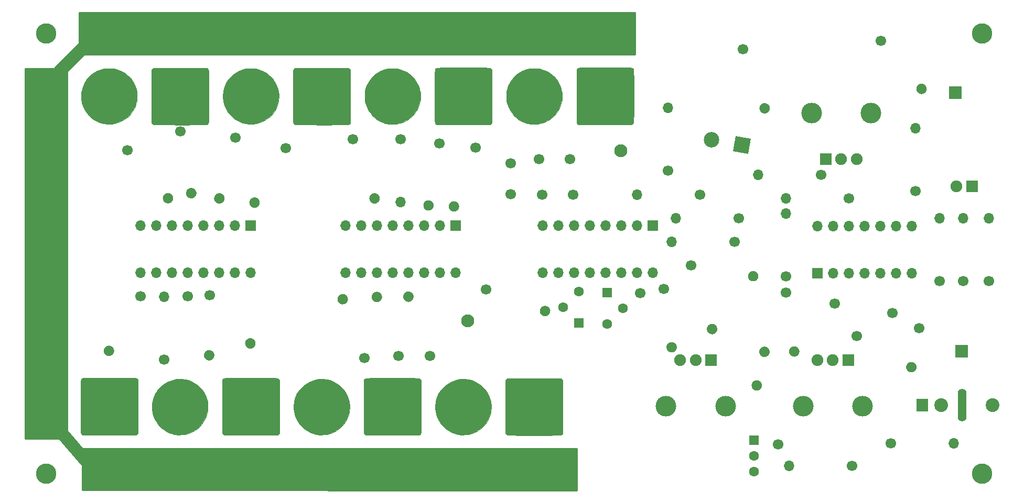
<source format=gbr>
%TF.GenerationSoftware,KiCad,Pcbnew,(5.1.6)-1*%
%TF.CreationDate,2021-02-23T20:11:17-06:00*%
%TF.ProjectId,WALKING RING,57414c4b-494e-4472-9052-494e472e6b69,rev?*%
%TF.SameCoordinates,Original*%
%TF.FileFunction,Soldermask,Bot*%
%TF.FilePolarity,Negative*%
%FSLAX46Y46*%
G04 Gerber Fmt 4.6, Leading zero omitted, Abs format (unit mm)*
G04 Created by KiCad (PCBNEW (5.1.6)-1) date 2021-02-23 20:11:17*
%MOMM*%
%LPD*%
G01*
G04 APERTURE LIST*
%ADD10C,0.010000*%
%ADD11O,1.700000X1.700000*%
%ADD12C,1.700000*%
%ADD13C,2.100000*%
%ADD14C,2.500000*%
%ADD15C,0.100000*%
%ADD16R,1.900000X1.900000*%
%ADD17C,1.900000*%
%ADD18C,3.340000*%
%ADD19R,1.700000X1.700000*%
%ADD20R,2.100000X2.100000*%
%ADD21C,3.300000*%
%ADD22O,1.400000X5.300000*%
%ADD23C,2.230000*%
%ADD24R,1.930000X2.030000*%
%ADD25R,1.600000X1.600000*%
%ADD26C,1.600000*%
%ADD27C,0.254000*%
G04 APERTURE END LIST*
D10*
%TO.C,G\u002A\u002A\u002A*%
G36*
X66367643Y-102469131D02*
G01*
X66864047Y-102469199D01*
X67314245Y-102469343D01*
X67720561Y-102469587D01*
X68085317Y-102469958D01*
X68410838Y-102470478D01*
X68699444Y-102471175D01*
X68953461Y-102472071D01*
X69175209Y-102473194D01*
X69367012Y-102474567D01*
X69531194Y-102476215D01*
X69670076Y-102478163D01*
X69785982Y-102480437D01*
X69881235Y-102483061D01*
X69958158Y-102486060D01*
X70019073Y-102489460D01*
X70066303Y-102493284D01*
X70102171Y-102497559D01*
X70129001Y-102502308D01*
X70149114Y-102507558D01*
X70164835Y-102513332D01*
X70170460Y-102515816D01*
X70275608Y-102577387D01*
X70348542Y-102657274D01*
X70398319Y-102754147D01*
X70403384Y-102770383D01*
X70407997Y-102795246D01*
X70412180Y-102831001D01*
X70415951Y-102879915D01*
X70419331Y-102944252D01*
X70422341Y-103026280D01*
X70425000Y-103128263D01*
X70427328Y-103252468D01*
X70429347Y-103401159D01*
X70431075Y-103576604D01*
X70432534Y-103781067D01*
X70433742Y-104016815D01*
X70434721Y-104286113D01*
X70435490Y-104591227D01*
X70436070Y-104934422D01*
X70436481Y-105317965D01*
X70436743Y-105744122D01*
X70436876Y-106215158D01*
X70436900Y-106733338D01*
X70436869Y-107088252D01*
X70436780Y-107632818D01*
X70436646Y-108128858D01*
X70436443Y-108578695D01*
X70436144Y-108984656D01*
X70435725Y-109349063D01*
X70435160Y-109674241D01*
X70434424Y-109962515D01*
X70433491Y-110216209D01*
X70432337Y-110437648D01*
X70430936Y-110629156D01*
X70429263Y-110793058D01*
X70427291Y-110931677D01*
X70424997Y-111047339D01*
X70422355Y-111142367D01*
X70419339Y-111219087D01*
X70415925Y-111279822D01*
X70412086Y-111326897D01*
X70407798Y-111362637D01*
X70403035Y-111389366D01*
X70397773Y-111409408D01*
X70391985Y-111425088D01*
X70389609Y-111430460D01*
X70328037Y-111535608D01*
X70248150Y-111608542D01*
X70151277Y-111658319D01*
X70135041Y-111663384D01*
X70110178Y-111667997D01*
X70074423Y-111672180D01*
X70025510Y-111675951D01*
X69961172Y-111679331D01*
X69879144Y-111682341D01*
X69777161Y-111685000D01*
X69652957Y-111687328D01*
X69504265Y-111689347D01*
X69328821Y-111691075D01*
X69124357Y-111692534D01*
X68888610Y-111693742D01*
X68619312Y-111694721D01*
X68314198Y-111695490D01*
X67971002Y-111696070D01*
X67587459Y-111696481D01*
X67161302Y-111696743D01*
X66690267Y-111696876D01*
X66172086Y-111696900D01*
X65817172Y-111696869D01*
X65272606Y-111696780D01*
X64776567Y-111696646D01*
X64326729Y-111696443D01*
X63920769Y-111696144D01*
X63556362Y-111695725D01*
X63231184Y-111695160D01*
X62942909Y-111694424D01*
X62689215Y-111693491D01*
X62467776Y-111692337D01*
X62276268Y-111690936D01*
X62112367Y-111689263D01*
X61973748Y-111687291D01*
X61858086Y-111684997D01*
X61763057Y-111682355D01*
X61686338Y-111679339D01*
X61625602Y-111675925D01*
X61578527Y-111672086D01*
X61542787Y-111667798D01*
X61516058Y-111663035D01*
X61496016Y-111657773D01*
X61480336Y-111651985D01*
X61474964Y-111649609D01*
X61369816Y-111588037D01*
X61296882Y-111508150D01*
X61247105Y-111411277D01*
X61242037Y-111395024D01*
X61237419Y-111370125D01*
X61233231Y-111334314D01*
X61229453Y-111285325D01*
X61226064Y-111220889D01*
X61223043Y-111138740D01*
X61220371Y-111036610D01*
X61218027Y-110912234D01*
X61215990Y-110763343D01*
X61214239Y-110587671D01*
X61212755Y-110382951D01*
X61211517Y-110146915D01*
X61210504Y-109877297D01*
X61209696Y-109571830D01*
X61209072Y-109228246D01*
X61208612Y-108844278D01*
X61208296Y-108417660D01*
X61208103Y-107946125D01*
X61208012Y-107427405D01*
X61207998Y-107082712D01*
X61208036Y-106533738D01*
X61208163Y-106033348D01*
X61208402Y-105579275D01*
X61208770Y-105169251D01*
X61209291Y-104801010D01*
X61209982Y-104472284D01*
X61210866Y-104180808D01*
X61211963Y-103924313D01*
X61213293Y-103700532D01*
X61214877Y-103507199D01*
X61216734Y-103342046D01*
X61218887Y-103202807D01*
X61221354Y-103087215D01*
X61224157Y-102993002D01*
X61227316Y-102917901D01*
X61230852Y-102859646D01*
X61234784Y-102815969D01*
X61239134Y-102784603D01*
X61243923Y-102763281D01*
X61247105Y-102754147D01*
X61305679Y-102644472D01*
X61382078Y-102568164D01*
X61474964Y-102515816D01*
X61489570Y-102509823D01*
X61507632Y-102504364D01*
X61531472Y-102499416D01*
X61563415Y-102494953D01*
X61605781Y-102490950D01*
X61660896Y-102487382D01*
X61731081Y-102484225D01*
X61818659Y-102481452D01*
X61925953Y-102479040D01*
X62055287Y-102476963D01*
X62208982Y-102475197D01*
X62389362Y-102473716D01*
X62598750Y-102472496D01*
X62839469Y-102471511D01*
X63113841Y-102470737D01*
X63424189Y-102470148D01*
X63772837Y-102469720D01*
X64162107Y-102469428D01*
X64594322Y-102469247D01*
X65071804Y-102469151D01*
X65596878Y-102469117D01*
X65822712Y-102469114D01*
X66367643Y-102469131D01*
G37*
X66367643Y-102469131D02*
X66864047Y-102469199D01*
X67314245Y-102469343D01*
X67720561Y-102469587D01*
X68085317Y-102469958D01*
X68410838Y-102470478D01*
X68699444Y-102471175D01*
X68953461Y-102472071D01*
X69175209Y-102473194D01*
X69367012Y-102474567D01*
X69531194Y-102476215D01*
X69670076Y-102478163D01*
X69785982Y-102480437D01*
X69881235Y-102483061D01*
X69958158Y-102486060D01*
X70019073Y-102489460D01*
X70066303Y-102493284D01*
X70102171Y-102497559D01*
X70129001Y-102502308D01*
X70149114Y-102507558D01*
X70164835Y-102513332D01*
X70170460Y-102515816D01*
X70275608Y-102577387D01*
X70348542Y-102657274D01*
X70398319Y-102754147D01*
X70403384Y-102770383D01*
X70407997Y-102795246D01*
X70412180Y-102831001D01*
X70415951Y-102879915D01*
X70419331Y-102944252D01*
X70422341Y-103026280D01*
X70425000Y-103128263D01*
X70427328Y-103252468D01*
X70429347Y-103401159D01*
X70431075Y-103576604D01*
X70432534Y-103781067D01*
X70433742Y-104016815D01*
X70434721Y-104286113D01*
X70435490Y-104591227D01*
X70436070Y-104934422D01*
X70436481Y-105317965D01*
X70436743Y-105744122D01*
X70436876Y-106215158D01*
X70436900Y-106733338D01*
X70436869Y-107088252D01*
X70436780Y-107632818D01*
X70436646Y-108128858D01*
X70436443Y-108578695D01*
X70436144Y-108984656D01*
X70435725Y-109349063D01*
X70435160Y-109674241D01*
X70434424Y-109962515D01*
X70433491Y-110216209D01*
X70432337Y-110437648D01*
X70430936Y-110629156D01*
X70429263Y-110793058D01*
X70427291Y-110931677D01*
X70424997Y-111047339D01*
X70422355Y-111142367D01*
X70419339Y-111219087D01*
X70415925Y-111279822D01*
X70412086Y-111326897D01*
X70407798Y-111362637D01*
X70403035Y-111389366D01*
X70397773Y-111409408D01*
X70391985Y-111425088D01*
X70389609Y-111430460D01*
X70328037Y-111535608D01*
X70248150Y-111608542D01*
X70151277Y-111658319D01*
X70135041Y-111663384D01*
X70110178Y-111667997D01*
X70074423Y-111672180D01*
X70025510Y-111675951D01*
X69961172Y-111679331D01*
X69879144Y-111682341D01*
X69777161Y-111685000D01*
X69652957Y-111687328D01*
X69504265Y-111689347D01*
X69328821Y-111691075D01*
X69124357Y-111692534D01*
X68888610Y-111693742D01*
X68619312Y-111694721D01*
X68314198Y-111695490D01*
X67971002Y-111696070D01*
X67587459Y-111696481D01*
X67161302Y-111696743D01*
X66690267Y-111696876D01*
X66172086Y-111696900D01*
X65817172Y-111696869D01*
X65272606Y-111696780D01*
X64776567Y-111696646D01*
X64326729Y-111696443D01*
X63920769Y-111696144D01*
X63556362Y-111695725D01*
X63231184Y-111695160D01*
X62942909Y-111694424D01*
X62689215Y-111693491D01*
X62467776Y-111692337D01*
X62276268Y-111690936D01*
X62112367Y-111689263D01*
X61973748Y-111687291D01*
X61858086Y-111684997D01*
X61763057Y-111682355D01*
X61686338Y-111679339D01*
X61625602Y-111675925D01*
X61578527Y-111672086D01*
X61542787Y-111667798D01*
X61516058Y-111663035D01*
X61496016Y-111657773D01*
X61480336Y-111651985D01*
X61474964Y-111649609D01*
X61369816Y-111588037D01*
X61296882Y-111508150D01*
X61247105Y-111411277D01*
X61242037Y-111395024D01*
X61237419Y-111370125D01*
X61233231Y-111334314D01*
X61229453Y-111285325D01*
X61226064Y-111220889D01*
X61223043Y-111138740D01*
X61220371Y-111036610D01*
X61218027Y-110912234D01*
X61215990Y-110763343D01*
X61214239Y-110587671D01*
X61212755Y-110382951D01*
X61211517Y-110146915D01*
X61210504Y-109877297D01*
X61209696Y-109571830D01*
X61209072Y-109228246D01*
X61208612Y-108844278D01*
X61208296Y-108417660D01*
X61208103Y-107946125D01*
X61208012Y-107427405D01*
X61207998Y-107082712D01*
X61208036Y-106533738D01*
X61208163Y-106033348D01*
X61208402Y-105579275D01*
X61208770Y-105169251D01*
X61209291Y-104801010D01*
X61209982Y-104472284D01*
X61210866Y-104180808D01*
X61211963Y-103924313D01*
X61213293Y-103700532D01*
X61214877Y-103507199D01*
X61216734Y-103342046D01*
X61218887Y-103202807D01*
X61221354Y-103087215D01*
X61224157Y-102993002D01*
X61227316Y-102917901D01*
X61230852Y-102859646D01*
X61234784Y-102815969D01*
X61239134Y-102784603D01*
X61243923Y-102763281D01*
X61247105Y-102754147D01*
X61305679Y-102644472D01*
X61382078Y-102568164D01*
X61474964Y-102515816D01*
X61489570Y-102509823D01*
X61507632Y-102504364D01*
X61531472Y-102499416D01*
X61563415Y-102494953D01*
X61605781Y-102490950D01*
X61660896Y-102487382D01*
X61731081Y-102484225D01*
X61818659Y-102481452D01*
X61925953Y-102479040D01*
X62055287Y-102476963D01*
X62208982Y-102475197D01*
X62389362Y-102473716D01*
X62598750Y-102472496D01*
X62839469Y-102471511D01*
X63113841Y-102470737D01*
X63424189Y-102470148D01*
X63772837Y-102469720D01*
X64162107Y-102469428D01*
X64594322Y-102469247D01*
X65071804Y-102469151D01*
X65596878Y-102469117D01*
X65822712Y-102469114D01*
X66367643Y-102469131D01*
G36*
X111694583Y-52391984D02*
G01*
X111941364Y-52402573D01*
X112167140Y-52422009D01*
X112357784Y-52450187D01*
X112367880Y-52452170D01*
X112847009Y-52572426D01*
X113300871Y-52736587D01*
X113728898Y-52944351D01*
X114130519Y-53195417D01*
X114505167Y-53489485D01*
X114732916Y-53702509D01*
X115053044Y-54058140D01*
X115331893Y-54442802D01*
X115568328Y-54854307D01*
X115761211Y-55290469D01*
X115909405Y-55749099D01*
X115994882Y-56129950D01*
X116017882Y-56298575D01*
X116033643Y-56503845D01*
X116042165Y-56732072D01*
X116043447Y-56969568D01*
X116037490Y-57202644D01*
X116024294Y-57417613D01*
X116003858Y-57600786D01*
X115994882Y-57655475D01*
X115884308Y-58124978D01*
X115729306Y-58573070D01*
X115532253Y-58997368D01*
X115295528Y-59395487D01*
X115021508Y-59765043D01*
X114712572Y-60103652D01*
X114371098Y-60408929D01*
X113999465Y-60678490D01*
X113600049Y-60909951D01*
X113175230Y-61100927D01*
X112727386Y-61249035D01*
X112318188Y-61341646D01*
X112216704Y-61355609D01*
X112080276Y-61368399D01*
X111920140Y-61379560D01*
X111747536Y-61388638D01*
X111573703Y-61395178D01*
X111409878Y-61398725D01*
X111267299Y-61398823D01*
X111157207Y-61395018D01*
X111110480Y-61390540D01*
X110846752Y-61350046D01*
X110621695Y-61308485D01*
X110423148Y-61263372D01*
X110242691Y-61213359D01*
X109793216Y-61051505D01*
X109369219Y-60846927D01*
X108972906Y-60602118D01*
X108606485Y-60319568D01*
X108272163Y-60001769D01*
X107972147Y-59651213D01*
X107708643Y-59270389D01*
X107483859Y-58861790D01*
X107300003Y-58427907D01*
X107159281Y-57971231D01*
X107090543Y-57655475D01*
X107067543Y-57486850D01*
X107051782Y-57281580D01*
X107043260Y-57053353D01*
X107041978Y-56815857D01*
X107047935Y-56582781D01*
X107061131Y-56367812D01*
X107081567Y-56184639D01*
X107090543Y-56129950D01*
X107202204Y-55654552D01*
X107359159Y-55200539D01*
X107560361Y-54769925D01*
X107804760Y-54364722D01*
X108091309Y-53986946D01*
X108355460Y-53700574D01*
X108715130Y-53377859D01*
X109101941Y-53097959D01*
X109514509Y-52861596D01*
X109951448Y-52669488D01*
X110411375Y-52522355D01*
X110779950Y-52440231D01*
X110969481Y-52414366D01*
X111194515Y-52397775D01*
X111440924Y-52390349D01*
X111694583Y-52391984D01*
G37*
X111694583Y-52391984D02*
X111941364Y-52402573D01*
X112167140Y-52422009D01*
X112357784Y-52450187D01*
X112367880Y-52452170D01*
X112847009Y-52572426D01*
X113300871Y-52736587D01*
X113728898Y-52944351D01*
X114130519Y-53195417D01*
X114505167Y-53489485D01*
X114732916Y-53702509D01*
X115053044Y-54058140D01*
X115331893Y-54442802D01*
X115568328Y-54854307D01*
X115761211Y-55290469D01*
X115909405Y-55749099D01*
X115994882Y-56129950D01*
X116017882Y-56298575D01*
X116033643Y-56503845D01*
X116042165Y-56732072D01*
X116043447Y-56969568D01*
X116037490Y-57202644D01*
X116024294Y-57417613D01*
X116003858Y-57600786D01*
X115994882Y-57655475D01*
X115884308Y-58124978D01*
X115729306Y-58573070D01*
X115532253Y-58997368D01*
X115295528Y-59395487D01*
X115021508Y-59765043D01*
X114712572Y-60103652D01*
X114371098Y-60408929D01*
X113999465Y-60678490D01*
X113600049Y-60909951D01*
X113175230Y-61100927D01*
X112727386Y-61249035D01*
X112318188Y-61341646D01*
X112216704Y-61355609D01*
X112080276Y-61368399D01*
X111920140Y-61379560D01*
X111747536Y-61388638D01*
X111573703Y-61395178D01*
X111409878Y-61398725D01*
X111267299Y-61398823D01*
X111157207Y-61395018D01*
X111110480Y-61390540D01*
X110846752Y-61350046D01*
X110621695Y-61308485D01*
X110423148Y-61263372D01*
X110242691Y-61213359D01*
X109793216Y-61051505D01*
X109369219Y-60846927D01*
X108972906Y-60602118D01*
X108606485Y-60319568D01*
X108272163Y-60001769D01*
X107972147Y-59651213D01*
X107708643Y-59270389D01*
X107483859Y-58861790D01*
X107300003Y-58427907D01*
X107159281Y-57971231D01*
X107090543Y-57655475D01*
X107067543Y-57486850D01*
X107051782Y-57281580D01*
X107043260Y-57053353D01*
X107041978Y-56815857D01*
X107047935Y-56582781D01*
X107061131Y-56367812D01*
X107081567Y-56184639D01*
X107090543Y-56129950D01*
X107202204Y-55654552D01*
X107359159Y-55200539D01*
X107560361Y-54769925D01*
X107804760Y-54364722D01*
X108091309Y-53986946D01*
X108355460Y-53700574D01*
X108715130Y-53377859D01*
X109101941Y-53097959D01*
X109514509Y-52861596D01*
X109951448Y-52669488D01*
X110411375Y-52522355D01*
X110779950Y-52440231D01*
X110969481Y-52414366D01*
X111194515Y-52397775D01*
X111440924Y-52390349D01*
X111694583Y-52391984D01*
G36*
X112057643Y-102489131D02*
G01*
X112554047Y-102489199D01*
X113004245Y-102489343D01*
X113410561Y-102489587D01*
X113775317Y-102489958D01*
X114100838Y-102490478D01*
X114389444Y-102491175D01*
X114643461Y-102492071D01*
X114865209Y-102493194D01*
X115057012Y-102494567D01*
X115221194Y-102496215D01*
X115360076Y-102498163D01*
X115475982Y-102500437D01*
X115571235Y-102503061D01*
X115648158Y-102506060D01*
X115709073Y-102509460D01*
X115756303Y-102513284D01*
X115792171Y-102517559D01*
X115819001Y-102522308D01*
X115839114Y-102527558D01*
X115854835Y-102533332D01*
X115860460Y-102535816D01*
X115965608Y-102597387D01*
X116038542Y-102677274D01*
X116088319Y-102774147D01*
X116093384Y-102790383D01*
X116097997Y-102815246D01*
X116102180Y-102851001D01*
X116105951Y-102899915D01*
X116109331Y-102964252D01*
X116112341Y-103046280D01*
X116115000Y-103148263D01*
X116117328Y-103272468D01*
X116119347Y-103421159D01*
X116121075Y-103596604D01*
X116122534Y-103801067D01*
X116123742Y-104036815D01*
X116124721Y-104306113D01*
X116125490Y-104611227D01*
X116126070Y-104954422D01*
X116126481Y-105337965D01*
X116126743Y-105764122D01*
X116126876Y-106235158D01*
X116126900Y-106753338D01*
X116126869Y-107108252D01*
X116126780Y-107652818D01*
X116126646Y-108148858D01*
X116126443Y-108598695D01*
X116126144Y-109004656D01*
X116125725Y-109369063D01*
X116125160Y-109694241D01*
X116124424Y-109982515D01*
X116123491Y-110236209D01*
X116122337Y-110457648D01*
X116120936Y-110649156D01*
X116119263Y-110813058D01*
X116117291Y-110951677D01*
X116114997Y-111067339D01*
X116112355Y-111162367D01*
X116109339Y-111239087D01*
X116105925Y-111299822D01*
X116102086Y-111346897D01*
X116097798Y-111382637D01*
X116093035Y-111409366D01*
X116087773Y-111429408D01*
X116081985Y-111445088D01*
X116079609Y-111450460D01*
X116018037Y-111555608D01*
X115938150Y-111628542D01*
X115841277Y-111678319D01*
X115825041Y-111683384D01*
X115800178Y-111687997D01*
X115764423Y-111692180D01*
X115715510Y-111695951D01*
X115651172Y-111699331D01*
X115569144Y-111702341D01*
X115467161Y-111705000D01*
X115342957Y-111707328D01*
X115194265Y-111709347D01*
X115018821Y-111711075D01*
X114814357Y-111712534D01*
X114578610Y-111713742D01*
X114309312Y-111714721D01*
X114004198Y-111715490D01*
X113661002Y-111716070D01*
X113277459Y-111716481D01*
X112851302Y-111716743D01*
X112380267Y-111716876D01*
X111862086Y-111716900D01*
X111507172Y-111716869D01*
X110962606Y-111716780D01*
X110466567Y-111716646D01*
X110016729Y-111716443D01*
X109610769Y-111716144D01*
X109246362Y-111715725D01*
X108921184Y-111715160D01*
X108632909Y-111714424D01*
X108379215Y-111713491D01*
X108157776Y-111712337D01*
X107966268Y-111710936D01*
X107802367Y-111709263D01*
X107663748Y-111707291D01*
X107548086Y-111704997D01*
X107453057Y-111702355D01*
X107376338Y-111699339D01*
X107315602Y-111695925D01*
X107268527Y-111692086D01*
X107232787Y-111687798D01*
X107206058Y-111683035D01*
X107186016Y-111677773D01*
X107170336Y-111671985D01*
X107164964Y-111669609D01*
X107059816Y-111608037D01*
X106986882Y-111528150D01*
X106937105Y-111431277D01*
X106932037Y-111415024D01*
X106927419Y-111390125D01*
X106923231Y-111354314D01*
X106919453Y-111305325D01*
X106916064Y-111240889D01*
X106913043Y-111158740D01*
X106910371Y-111056610D01*
X106908027Y-110932234D01*
X106905990Y-110783343D01*
X106904239Y-110607671D01*
X106902755Y-110402951D01*
X106901517Y-110166915D01*
X106900504Y-109897297D01*
X106899696Y-109591830D01*
X106899072Y-109248246D01*
X106898612Y-108864278D01*
X106898296Y-108437660D01*
X106898103Y-107966125D01*
X106898012Y-107447405D01*
X106897998Y-107102712D01*
X106898036Y-106553738D01*
X106898163Y-106053348D01*
X106898402Y-105599275D01*
X106898770Y-105189251D01*
X106899291Y-104821010D01*
X106899982Y-104492284D01*
X106900866Y-104200808D01*
X106901963Y-103944313D01*
X106903293Y-103720532D01*
X106904877Y-103527199D01*
X106906734Y-103362046D01*
X106908887Y-103222807D01*
X106911354Y-103107215D01*
X106914157Y-103013002D01*
X106917316Y-102937901D01*
X106920852Y-102879646D01*
X106924784Y-102835969D01*
X106929134Y-102804603D01*
X106933923Y-102783281D01*
X106937105Y-102774147D01*
X106995679Y-102664472D01*
X107072078Y-102588164D01*
X107164964Y-102535816D01*
X107179570Y-102529823D01*
X107197632Y-102524364D01*
X107221472Y-102519416D01*
X107253415Y-102514953D01*
X107295781Y-102510950D01*
X107350896Y-102507382D01*
X107421081Y-102504225D01*
X107508659Y-102501452D01*
X107615953Y-102499040D01*
X107745287Y-102496963D01*
X107898982Y-102495197D01*
X108079362Y-102493716D01*
X108288750Y-102492496D01*
X108529469Y-102491511D01*
X108803841Y-102490737D01*
X109114189Y-102490148D01*
X109462837Y-102489720D01*
X109852107Y-102489428D01*
X110284322Y-102489247D01*
X110761804Y-102489151D01*
X111286878Y-102489117D01*
X111512712Y-102489114D01*
X112057643Y-102489131D01*
G37*
X112057643Y-102489131D02*
X112554047Y-102489199D01*
X113004245Y-102489343D01*
X113410561Y-102489587D01*
X113775317Y-102489958D01*
X114100838Y-102490478D01*
X114389444Y-102491175D01*
X114643461Y-102492071D01*
X114865209Y-102493194D01*
X115057012Y-102494567D01*
X115221194Y-102496215D01*
X115360076Y-102498163D01*
X115475982Y-102500437D01*
X115571235Y-102503061D01*
X115648158Y-102506060D01*
X115709073Y-102509460D01*
X115756303Y-102513284D01*
X115792171Y-102517559D01*
X115819001Y-102522308D01*
X115839114Y-102527558D01*
X115854835Y-102533332D01*
X115860460Y-102535816D01*
X115965608Y-102597387D01*
X116038542Y-102677274D01*
X116088319Y-102774147D01*
X116093384Y-102790383D01*
X116097997Y-102815246D01*
X116102180Y-102851001D01*
X116105951Y-102899915D01*
X116109331Y-102964252D01*
X116112341Y-103046280D01*
X116115000Y-103148263D01*
X116117328Y-103272468D01*
X116119347Y-103421159D01*
X116121075Y-103596604D01*
X116122534Y-103801067D01*
X116123742Y-104036815D01*
X116124721Y-104306113D01*
X116125490Y-104611227D01*
X116126070Y-104954422D01*
X116126481Y-105337965D01*
X116126743Y-105764122D01*
X116126876Y-106235158D01*
X116126900Y-106753338D01*
X116126869Y-107108252D01*
X116126780Y-107652818D01*
X116126646Y-108148858D01*
X116126443Y-108598695D01*
X116126144Y-109004656D01*
X116125725Y-109369063D01*
X116125160Y-109694241D01*
X116124424Y-109982515D01*
X116123491Y-110236209D01*
X116122337Y-110457648D01*
X116120936Y-110649156D01*
X116119263Y-110813058D01*
X116117291Y-110951677D01*
X116114997Y-111067339D01*
X116112355Y-111162367D01*
X116109339Y-111239087D01*
X116105925Y-111299822D01*
X116102086Y-111346897D01*
X116097798Y-111382637D01*
X116093035Y-111409366D01*
X116087773Y-111429408D01*
X116081985Y-111445088D01*
X116079609Y-111450460D01*
X116018037Y-111555608D01*
X115938150Y-111628542D01*
X115841277Y-111678319D01*
X115825041Y-111683384D01*
X115800178Y-111687997D01*
X115764423Y-111692180D01*
X115715510Y-111695951D01*
X115651172Y-111699331D01*
X115569144Y-111702341D01*
X115467161Y-111705000D01*
X115342957Y-111707328D01*
X115194265Y-111709347D01*
X115018821Y-111711075D01*
X114814357Y-111712534D01*
X114578610Y-111713742D01*
X114309312Y-111714721D01*
X114004198Y-111715490D01*
X113661002Y-111716070D01*
X113277459Y-111716481D01*
X112851302Y-111716743D01*
X112380267Y-111716876D01*
X111862086Y-111716900D01*
X111507172Y-111716869D01*
X110962606Y-111716780D01*
X110466567Y-111716646D01*
X110016729Y-111716443D01*
X109610769Y-111716144D01*
X109246362Y-111715725D01*
X108921184Y-111715160D01*
X108632909Y-111714424D01*
X108379215Y-111713491D01*
X108157776Y-111712337D01*
X107966268Y-111710936D01*
X107802367Y-111709263D01*
X107663748Y-111707291D01*
X107548086Y-111704997D01*
X107453057Y-111702355D01*
X107376338Y-111699339D01*
X107315602Y-111695925D01*
X107268527Y-111692086D01*
X107232787Y-111687798D01*
X107206058Y-111683035D01*
X107186016Y-111677773D01*
X107170336Y-111671985D01*
X107164964Y-111669609D01*
X107059816Y-111608037D01*
X106986882Y-111528150D01*
X106937105Y-111431277D01*
X106932037Y-111415024D01*
X106927419Y-111390125D01*
X106923231Y-111354314D01*
X106919453Y-111305325D01*
X106916064Y-111240889D01*
X106913043Y-111158740D01*
X106910371Y-111056610D01*
X106908027Y-110932234D01*
X106905990Y-110783343D01*
X106904239Y-110607671D01*
X106902755Y-110402951D01*
X106901517Y-110166915D01*
X106900504Y-109897297D01*
X106899696Y-109591830D01*
X106899072Y-109248246D01*
X106898612Y-108864278D01*
X106898296Y-108437660D01*
X106898103Y-107966125D01*
X106898012Y-107447405D01*
X106897998Y-107102712D01*
X106898036Y-106553738D01*
X106898163Y-106053348D01*
X106898402Y-105599275D01*
X106898770Y-105189251D01*
X106899291Y-104821010D01*
X106899982Y-104492284D01*
X106900866Y-104200808D01*
X106901963Y-103944313D01*
X106903293Y-103720532D01*
X106904877Y-103527199D01*
X106906734Y-103362046D01*
X106908887Y-103222807D01*
X106911354Y-103107215D01*
X106914157Y-103013002D01*
X106917316Y-102937901D01*
X106920852Y-102879646D01*
X106924784Y-102835969D01*
X106929134Y-102804603D01*
X106933923Y-102783281D01*
X106937105Y-102774147D01*
X106995679Y-102664472D01*
X107072078Y-102588164D01*
X107164964Y-102535816D01*
X107179570Y-102529823D01*
X107197632Y-102524364D01*
X107221472Y-102519416D01*
X107253415Y-102514953D01*
X107295781Y-102510950D01*
X107350896Y-102507382D01*
X107421081Y-102504225D01*
X107508659Y-102501452D01*
X107615953Y-102499040D01*
X107745287Y-102496963D01*
X107898982Y-102495197D01*
X108079362Y-102493716D01*
X108288750Y-102492496D01*
X108529469Y-102491511D01*
X108803841Y-102490737D01*
X109114189Y-102490148D01*
X109462837Y-102489720D01*
X109852107Y-102489428D01*
X110284322Y-102489247D01*
X110761804Y-102489151D01*
X111286878Y-102489117D01*
X111512712Y-102489114D01*
X112057643Y-102489131D01*
G36*
X123104583Y-102641984D02*
G01*
X123351364Y-102652573D01*
X123577140Y-102672009D01*
X123767784Y-102700187D01*
X123777880Y-102702170D01*
X124257009Y-102822426D01*
X124710871Y-102986587D01*
X125138898Y-103194351D01*
X125540519Y-103445417D01*
X125915167Y-103739485D01*
X126142916Y-103952509D01*
X126463044Y-104308140D01*
X126741893Y-104692802D01*
X126978328Y-105104307D01*
X127171211Y-105540469D01*
X127319405Y-105999099D01*
X127404882Y-106379950D01*
X127427882Y-106548575D01*
X127443643Y-106753845D01*
X127452165Y-106982072D01*
X127453447Y-107219568D01*
X127447490Y-107452644D01*
X127434294Y-107667613D01*
X127413858Y-107850786D01*
X127404882Y-107905475D01*
X127294308Y-108374978D01*
X127139306Y-108823070D01*
X126942253Y-109247368D01*
X126705528Y-109645487D01*
X126431508Y-110015043D01*
X126122572Y-110353652D01*
X125781098Y-110658929D01*
X125409465Y-110928490D01*
X125010049Y-111159951D01*
X124585230Y-111350927D01*
X124137386Y-111499035D01*
X123728188Y-111591646D01*
X123626704Y-111605609D01*
X123490276Y-111618399D01*
X123330140Y-111629560D01*
X123157536Y-111638638D01*
X122983703Y-111645178D01*
X122819878Y-111648725D01*
X122677299Y-111648823D01*
X122567207Y-111645018D01*
X122520480Y-111640540D01*
X122256752Y-111600046D01*
X122031695Y-111558485D01*
X121833148Y-111513372D01*
X121652691Y-111463359D01*
X121203216Y-111301505D01*
X120779219Y-111096927D01*
X120382906Y-110852118D01*
X120016485Y-110569568D01*
X119682163Y-110251769D01*
X119382147Y-109901213D01*
X119118643Y-109520389D01*
X118893859Y-109111790D01*
X118710003Y-108677907D01*
X118569281Y-108221231D01*
X118500543Y-107905475D01*
X118477543Y-107736850D01*
X118461782Y-107531580D01*
X118453260Y-107303353D01*
X118451978Y-107065857D01*
X118457935Y-106832781D01*
X118471131Y-106617812D01*
X118491567Y-106434639D01*
X118500543Y-106379950D01*
X118612204Y-105904552D01*
X118769159Y-105450539D01*
X118970361Y-105019925D01*
X119214760Y-104614722D01*
X119501309Y-104236946D01*
X119765460Y-103950574D01*
X120125130Y-103627859D01*
X120511941Y-103347959D01*
X120924509Y-103111596D01*
X121361448Y-102919488D01*
X121821375Y-102772355D01*
X122189950Y-102690231D01*
X122379481Y-102664366D01*
X122604515Y-102647775D01*
X122850924Y-102640349D01*
X123104583Y-102641984D01*
G37*
X123104583Y-102641984D02*
X123351364Y-102652573D01*
X123577140Y-102672009D01*
X123767784Y-102700187D01*
X123777880Y-102702170D01*
X124257009Y-102822426D01*
X124710871Y-102986587D01*
X125138898Y-103194351D01*
X125540519Y-103445417D01*
X125915167Y-103739485D01*
X126142916Y-103952509D01*
X126463044Y-104308140D01*
X126741893Y-104692802D01*
X126978328Y-105104307D01*
X127171211Y-105540469D01*
X127319405Y-105999099D01*
X127404882Y-106379950D01*
X127427882Y-106548575D01*
X127443643Y-106753845D01*
X127452165Y-106982072D01*
X127453447Y-107219568D01*
X127447490Y-107452644D01*
X127434294Y-107667613D01*
X127413858Y-107850786D01*
X127404882Y-107905475D01*
X127294308Y-108374978D01*
X127139306Y-108823070D01*
X126942253Y-109247368D01*
X126705528Y-109645487D01*
X126431508Y-110015043D01*
X126122572Y-110353652D01*
X125781098Y-110658929D01*
X125409465Y-110928490D01*
X125010049Y-111159951D01*
X124585230Y-111350927D01*
X124137386Y-111499035D01*
X123728188Y-111591646D01*
X123626704Y-111605609D01*
X123490276Y-111618399D01*
X123330140Y-111629560D01*
X123157536Y-111638638D01*
X122983703Y-111645178D01*
X122819878Y-111648725D01*
X122677299Y-111648823D01*
X122567207Y-111645018D01*
X122520480Y-111640540D01*
X122256752Y-111600046D01*
X122031695Y-111558485D01*
X121833148Y-111513372D01*
X121652691Y-111463359D01*
X121203216Y-111301505D01*
X120779219Y-111096927D01*
X120382906Y-110852118D01*
X120016485Y-110569568D01*
X119682163Y-110251769D01*
X119382147Y-109901213D01*
X119118643Y-109520389D01*
X118893859Y-109111790D01*
X118710003Y-108677907D01*
X118569281Y-108221231D01*
X118500543Y-107905475D01*
X118477543Y-107736850D01*
X118461782Y-107531580D01*
X118453260Y-107303353D01*
X118451978Y-107065857D01*
X118457935Y-106832781D01*
X118471131Y-106617812D01*
X118491567Y-106434639D01*
X118500543Y-106379950D01*
X118612204Y-105904552D01*
X118769159Y-105450539D01*
X118970361Y-105019925D01*
X119214760Y-104614722D01*
X119501309Y-104236946D01*
X119765460Y-103950574D01*
X120125130Y-103627859D01*
X120511941Y-103347959D01*
X120924509Y-103111596D01*
X121361448Y-102919488D01*
X121821375Y-102772355D01*
X122189950Y-102690231D01*
X122379481Y-102664366D01*
X122604515Y-102647775D01*
X122850924Y-102640349D01*
X123104583Y-102641984D01*
G36*
X134937643Y-102499131D02*
G01*
X135434047Y-102499199D01*
X135884245Y-102499343D01*
X136290561Y-102499587D01*
X136655317Y-102499958D01*
X136980838Y-102500478D01*
X137269444Y-102501175D01*
X137523461Y-102502071D01*
X137745209Y-102503194D01*
X137937012Y-102504567D01*
X138101194Y-102506215D01*
X138240076Y-102508163D01*
X138355982Y-102510437D01*
X138451235Y-102513061D01*
X138528158Y-102516060D01*
X138589073Y-102519460D01*
X138636303Y-102523284D01*
X138672171Y-102527559D01*
X138699001Y-102532308D01*
X138719114Y-102537558D01*
X138734835Y-102543332D01*
X138740460Y-102545816D01*
X138845608Y-102607387D01*
X138918542Y-102687274D01*
X138968319Y-102784147D01*
X138973384Y-102800383D01*
X138977997Y-102825246D01*
X138982180Y-102861001D01*
X138985951Y-102909915D01*
X138989331Y-102974252D01*
X138992341Y-103056280D01*
X138995000Y-103158263D01*
X138997328Y-103282468D01*
X138999347Y-103431159D01*
X139001075Y-103606604D01*
X139002534Y-103811067D01*
X139003742Y-104046815D01*
X139004721Y-104316113D01*
X139005490Y-104621227D01*
X139006070Y-104964422D01*
X139006481Y-105347965D01*
X139006743Y-105774122D01*
X139006876Y-106245158D01*
X139006900Y-106763338D01*
X139006869Y-107118252D01*
X139006780Y-107662818D01*
X139006646Y-108158858D01*
X139006443Y-108608695D01*
X139006144Y-109014656D01*
X139005725Y-109379063D01*
X139005160Y-109704241D01*
X139004424Y-109992515D01*
X139003491Y-110246209D01*
X139002337Y-110467648D01*
X139000936Y-110659156D01*
X138999263Y-110823058D01*
X138997291Y-110961677D01*
X138994997Y-111077339D01*
X138992355Y-111172367D01*
X138989339Y-111249087D01*
X138985925Y-111309822D01*
X138982086Y-111356897D01*
X138977798Y-111392637D01*
X138973035Y-111419366D01*
X138967773Y-111439408D01*
X138961985Y-111455088D01*
X138959609Y-111460460D01*
X138898037Y-111565608D01*
X138818150Y-111638542D01*
X138721277Y-111688319D01*
X138705041Y-111693384D01*
X138680178Y-111697997D01*
X138644423Y-111702180D01*
X138595510Y-111705951D01*
X138531172Y-111709331D01*
X138449144Y-111712341D01*
X138347161Y-111715000D01*
X138222957Y-111717328D01*
X138074265Y-111719347D01*
X137898821Y-111721075D01*
X137694357Y-111722534D01*
X137458610Y-111723742D01*
X137189312Y-111724721D01*
X136884198Y-111725490D01*
X136541002Y-111726070D01*
X136157459Y-111726481D01*
X135731302Y-111726743D01*
X135260267Y-111726876D01*
X134742086Y-111726900D01*
X134387172Y-111726869D01*
X133842606Y-111726780D01*
X133346567Y-111726646D01*
X132896729Y-111726443D01*
X132490769Y-111726144D01*
X132126362Y-111725725D01*
X131801184Y-111725160D01*
X131512909Y-111724424D01*
X131259215Y-111723491D01*
X131037776Y-111722337D01*
X130846268Y-111720936D01*
X130682367Y-111719263D01*
X130543748Y-111717291D01*
X130428086Y-111714997D01*
X130333057Y-111712355D01*
X130256338Y-111709339D01*
X130195602Y-111705925D01*
X130148527Y-111702086D01*
X130112787Y-111697798D01*
X130086058Y-111693035D01*
X130066016Y-111687773D01*
X130050336Y-111681985D01*
X130044964Y-111679609D01*
X129939816Y-111618037D01*
X129866882Y-111538150D01*
X129817105Y-111441277D01*
X129812037Y-111425024D01*
X129807419Y-111400125D01*
X129803231Y-111364314D01*
X129799453Y-111315325D01*
X129796064Y-111250889D01*
X129793043Y-111168740D01*
X129790371Y-111066610D01*
X129788027Y-110942234D01*
X129785990Y-110793343D01*
X129784239Y-110617671D01*
X129782755Y-110412951D01*
X129781517Y-110176915D01*
X129780504Y-109907297D01*
X129779696Y-109601830D01*
X129779072Y-109258246D01*
X129778612Y-108874278D01*
X129778296Y-108447660D01*
X129778103Y-107976125D01*
X129778012Y-107457405D01*
X129777998Y-107112712D01*
X129778036Y-106563738D01*
X129778163Y-106063348D01*
X129778402Y-105609275D01*
X129778770Y-105199251D01*
X129779291Y-104831010D01*
X129779982Y-104502284D01*
X129780866Y-104210808D01*
X129781963Y-103954313D01*
X129783293Y-103730532D01*
X129784877Y-103537199D01*
X129786734Y-103372046D01*
X129788887Y-103232807D01*
X129791354Y-103117215D01*
X129794157Y-103023002D01*
X129797316Y-102947901D01*
X129800852Y-102889646D01*
X129804784Y-102845969D01*
X129809134Y-102814603D01*
X129813923Y-102793281D01*
X129817105Y-102784147D01*
X129875679Y-102674472D01*
X129952078Y-102598164D01*
X130044964Y-102545816D01*
X130059570Y-102539823D01*
X130077632Y-102534364D01*
X130101472Y-102529416D01*
X130133415Y-102524953D01*
X130175781Y-102520950D01*
X130230896Y-102517382D01*
X130301081Y-102514225D01*
X130388659Y-102511452D01*
X130495953Y-102509040D01*
X130625287Y-102506963D01*
X130778982Y-102505197D01*
X130959362Y-102503716D01*
X131168750Y-102502496D01*
X131409469Y-102501511D01*
X131683841Y-102500737D01*
X131994189Y-102500148D01*
X132342837Y-102499720D01*
X132732107Y-102499428D01*
X133164322Y-102499247D01*
X133641804Y-102499151D01*
X134166878Y-102499117D01*
X134392712Y-102499114D01*
X134937643Y-102499131D01*
G37*
X134937643Y-102499131D02*
X135434047Y-102499199D01*
X135884245Y-102499343D01*
X136290561Y-102499587D01*
X136655317Y-102499958D01*
X136980838Y-102500478D01*
X137269444Y-102501175D01*
X137523461Y-102502071D01*
X137745209Y-102503194D01*
X137937012Y-102504567D01*
X138101194Y-102506215D01*
X138240076Y-102508163D01*
X138355982Y-102510437D01*
X138451235Y-102513061D01*
X138528158Y-102516060D01*
X138589073Y-102519460D01*
X138636303Y-102523284D01*
X138672171Y-102527559D01*
X138699001Y-102532308D01*
X138719114Y-102537558D01*
X138734835Y-102543332D01*
X138740460Y-102545816D01*
X138845608Y-102607387D01*
X138918542Y-102687274D01*
X138968319Y-102784147D01*
X138973384Y-102800383D01*
X138977997Y-102825246D01*
X138982180Y-102861001D01*
X138985951Y-102909915D01*
X138989331Y-102974252D01*
X138992341Y-103056280D01*
X138995000Y-103158263D01*
X138997328Y-103282468D01*
X138999347Y-103431159D01*
X139001075Y-103606604D01*
X139002534Y-103811067D01*
X139003742Y-104046815D01*
X139004721Y-104316113D01*
X139005490Y-104621227D01*
X139006070Y-104964422D01*
X139006481Y-105347965D01*
X139006743Y-105774122D01*
X139006876Y-106245158D01*
X139006900Y-106763338D01*
X139006869Y-107118252D01*
X139006780Y-107662818D01*
X139006646Y-108158858D01*
X139006443Y-108608695D01*
X139006144Y-109014656D01*
X139005725Y-109379063D01*
X139005160Y-109704241D01*
X139004424Y-109992515D01*
X139003491Y-110246209D01*
X139002337Y-110467648D01*
X139000936Y-110659156D01*
X138999263Y-110823058D01*
X138997291Y-110961677D01*
X138994997Y-111077339D01*
X138992355Y-111172367D01*
X138989339Y-111249087D01*
X138985925Y-111309822D01*
X138982086Y-111356897D01*
X138977798Y-111392637D01*
X138973035Y-111419366D01*
X138967773Y-111439408D01*
X138961985Y-111455088D01*
X138959609Y-111460460D01*
X138898037Y-111565608D01*
X138818150Y-111638542D01*
X138721277Y-111688319D01*
X138705041Y-111693384D01*
X138680178Y-111697997D01*
X138644423Y-111702180D01*
X138595510Y-111705951D01*
X138531172Y-111709331D01*
X138449144Y-111712341D01*
X138347161Y-111715000D01*
X138222957Y-111717328D01*
X138074265Y-111719347D01*
X137898821Y-111721075D01*
X137694357Y-111722534D01*
X137458610Y-111723742D01*
X137189312Y-111724721D01*
X136884198Y-111725490D01*
X136541002Y-111726070D01*
X136157459Y-111726481D01*
X135731302Y-111726743D01*
X135260267Y-111726876D01*
X134742086Y-111726900D01*
X134387172Y-111726869D01*
X133842606Y-111726780D01*
X133346567Y-111726646D01*
X132896729Y-111726443D01*
X132490769Y-111726144D01*
X132126362Y-111725725D01*
X131801184Y-111725160D01*
X131512909Y-111724424D01*
X131259215Y-111723491D01*
X131037776Y-111722337D01*
X130846268Y-111720936D01*
X130682367Y-111719263D01*
X130543748Y-111717291D01*
X130428086Y-111714997D01*
X130333057Y-111712355D01*
X130256338Y-111709339D01*
X130195602Y-111705925D01*
X130148527Y-111702086D01*
X130112787Y-111697798D01*
X130086058Y-111693035D01*
X130066016Y-111687773D01*
X130050336Y-111681985D01*
X130044964Y-111679609D01*
X129939816Y-111618037D01*
X129866882Y-111538150D01*
X129817105Y-111441277D01*
X129812037Y-111425024D01*
X129807419Y-111400125D01*
X129803231Y-111364314D01*
X129799453Y-111315325D01*
X129796064Y-111250889D01*
X129793043Y-111168740D01*
X129790371Y-111066610D01*
X129788027Y-110942234D01*
X129785990Y-110793343D01*
X129784239Y-110617671D01*
X129782755Y-110412951D01*
X129781517Y-110176915D01*
X129780504Y-109907297D01*
X129779696Y-109601830D01*
X129779072Y-109258246D01*
X129778612Y-108874278D01*
X129778296Y-108447660D01*
X129778103Y-107976125D01*
X129778012Y-107457405D01*
X129777998Y-107112712D01*
X129778036Y-106563738D01*
X129778163Y-106063348D01*
X129778402Y-105609275D01*
X129778770Y-105199251D01*
X129779291Y-104831010D01*
X129779982Y-104502284D01*
X129780866Y-104210808D01*
X129781963Y-103954313D01*
X129783293Y-103730532D01*
X129784877Y-103537199D01*
X129786734Y-103372046D01*
X129788887Y-103232807D01*
X129791354Y-103117215D01*
X129794157Y-103023002D01*
X129797316Y-102947901D01*
X129800852Y-102889646D01*
X129804784Y-102845969D01*
X129809134Y-102814603D01*
X129813923Y-102793281D01*
X129817105Y-102784147D01*
X129875679Y-102674472D01*
X129952078Y-102598164D01*
X130044964Y-102545816D01*
X130059570Y-102539823D01*
X130077632Y-102534364D01*
X130101472Y-102529416D01*
X130133415Y-102524953D01*
X130175781Y-102520950D01*
X130230896Y-102517382D01*
X130301081Y-102514225D01*
X130388659Y-102511452D01*
X130495953Y-102509040D01*
X130625287Y-102506963D01*
X130778982Y-102505197D01*
X130959362Y-102503716D01*
X131168750Y-102502496D01*
X131409469Y-102501511D01*
X131683841Y-102500737D01*
X131994189Y-102500148D01*
X132342837Y-102499720D01*
X132732107Y-102499428D01*
X133164322Y-102499247D01*
X133641804Y-102499151D01*
X134166878Y-102499117D01*
X134392712Y-102499114D01*
X134937643Y-102499131D01*
G36*
X88814583Y-52381984D02*
G01*
X89061364Y-52392573D01*
X89287140Y-52412009D01*
X89477784Y-52440187D01*
X89487880Y-52442170D01*
X89967009Y-52562426D01*
X90420871Y-52726587D01*
X90848898Y-52934351D01*
X91250519Y-53185417D01*
X91625167Y-53479485D01*
X91852916Y-53692509D01*
X92173044Y-54048140D01*
X92451893Y-54432802D01*
X92688328Y-54844307D01*
X92881211Y-55280469D01*
X93029405Y-55739099D01*
X93114882Y-56119950D01*
X93137882Y-56288575D01*
X93153643Y-56493845D01*
X93162165Y-56722072D01*
X93163447Y-56959568D01*
X93157490Y-57192644D01*
X93144294Y-57407613D01*
X93123858Y-57590786D01*
X93114882Y-57645475D01*
X93004308Y-58114978D01*
X92849306Y-58563070D01*
X92652253Y-58987368D01*
X92415528Y-59385487D01*
X92141508Y-59755043D01*
X91832572Y-60093652D01*
X91491098Y-60398929D01*
X91119465Y-60668490D01*
X90720049Y-60899951D01*
X90295230Y-61090927D01*
X89847386Y-61239035D01*
X89438188Y-61331646D01*
X89336704Y-61345609D01*
X89200276Y-61358399D01*
X89040140Y-61369560D01*
X88867536Y-61378638D01*
X88693703Y-61385178D01*
X88529878Y-61388725D01*
X88387299Y-61388823D01*
X88277207Y-61385018D01*
X88230480Y-61380540D01*
X87966752Y-61340046D01*
X87741695Y-61298485D01*
X87543148Y-61253372D01*
X87362691Y-61203359D01*
X86913216Y-61041505D01*
X86489219Y-60836927D01*
X86092906Y-60592118D01*
X85726485Y-60309568D01*
X85392163Y-59991769D01*
X85092147Y-59641213D01*
X84828643Y-59260389D01*
X84603859Y-58851790D01*
X84420003Y-58417907D01*
X84279281Y-57961231D01*
X84210543Y-57645475D01*
X84187543Y-57476850D01*
X84171782Y-57271580D01*
X84163260Y-57043353D01*
X84161978Y-56805857D01*
X84167935Y-56572781D01*
X84181131Y-56357812D01*
X84201567Y-56174639D01*
X84210543Y-56119950D01*
X84322204Y-55644552D01*
X84479159Y-55190539D01*
X84680361Y-54759925D01*
X84924760Y-54354722D01*
X85211309Y-53976946D01*
X85475460Y-53690574D01*
X85835130Y-53367859D01*
X86221941Y-53087959D01*
X86634509Y-52851596D01*
X87071448Y-52659488D01*
X87531375Y-52512355D01*
X87899950Y-52430231D01*
X88089481Y-52404366D01*
X88314515Y-52387775D01*
X88560924Y-52380349D01*
X88814583Y-52381984D01*
G37*
X88814583Y-52381984D02*
X89061364Y-52392573D01*
X89287140Y-52412009D01*
X89477784Y-52440187D01*
X89487880Y-52442170D01*
X89967009Y-52562426D01*
X90420871Y-52726587D01*
X90848898Y-52934351D01*
X91250519Y-53185417D01*
X91625167Y-53479485D01*
X91852916Y-53692509D01*
X92173044Y-54048140D01*
X92451893Y-54432802D01*
X92688328Y-54844307D01*
X92881211Y-55280469D01*
X93029405Y-55739099D01*
X93114882Y-56119950D01*
X93137882Y-56288575D01*
X93153643Y-56493845D01*
X93162165Y-56722072D01*
X93163447Y-56959568D01*
X93157490Y-57192644D01*
X93144294Y-57407613D01*
X93123858Y-57590786D01*
X93114882Y-57645475D01*
X93004308Y-58114978D01*
X92849306Y-58563070D01*
X92652253Y-58987368D01*
X92415528Y-59385487D01*
X92141508Y-59755043D01*
X91832572Y-60093652D01*
X91491098Y-60398929D01*
X91119465Y-60668490D01*
X90720049Y-60899951D01*
X90295230Y-61090927D01*
X89847386Y-61239035D01*
X89438188Y-61331646D01*
X89336704Y-61345609D01*
X89200276Y-61358399D01*
X89040140Y-61369560D01*
X88867536Y-61378638D01*
X88693703Y-61385178D01*
X88529878Y-61388725D01*
X88387299Y-61388823D01*
X88277207Y-61385018D01*
X88230480Y-61380540D01*
X87966752Y-61340046D01*
X87741695Y-61298485D01*
X87543148Y-61253372D01*
X87362691Y-61203359D01*
X86913216Y-61041505D01*
X86489219Y-60836927D01*
X86092906Y-60592118D01*
X85726485Y-60309568D01*
X85392163Y-59991769D01*
X85092147Y-59641213D01*
X84828643Y-59260389D01*
X84603859Y-58851790D01*
X84420003Y-58417907D01*
X84279281Y-57961231D01*
X84210543Y-57645475D01*
X84187543Y-57476850D01*
X84171782Y-57271580D01*
X84163260Y-57043353D01*
X84161978Y-56805857D01*
X84167935Y-56572781D01*
X84181131Y-56357812D01*
X84201567Y-56174639D01*
X84210543Y-56119950D01*
X84322204Y-55644552D01*
X84479159Y-55190539D01*
X84680361Y-54759925D01*
X84924760Y-54354722D01*
X85211309Y-53976946D01*
X85475460Y-53690574D01*
X85835130Y-53367859D01*
X86221941Y-53087959D01*
X86634509Y-52851596D01*
X87071448Y-52659488D01*
X87531375Y-52512355D01*
X87899950Y-52430231D01*
X88089481Y-52404366D01*
X88314515Y-52387775D01*
X88560924Y-52380349D01*
X88814583Y-52381984D01*
G36*
X65924583Y-52381984D02*
G01*
X66171364Y-52392573D01*
X66397140Y-52412009D01*
X66587784Y-52440187D01*
X66597880Y-52442170D01*
X67077009Y-52562426D01*
X67530871Y-52726587D01*
X67958898Y-52934351D01*
X68360519Y-53185417D01*
X68735167Y-53479485D01*
X68962916Y-53692509D01*
X69283044Y-54048140D01*
X69561893Y-54432802D01*
X69798328Y-54844307D01*
X69991211Y-55280469D01*
X70139405Y-55739099D01*
X70224882Y-56119950D01*
X70247882Y-56288575D01*
X70263643Y-56493845D01*
X70272165Y-56722072D01*
X70273447Y-56959568D01*
X70267490Y-57192644D01*
X70254294Y-57407613D01*
X70233858Y-57590786D01*
X70224882Y-57645475D01*
X70114308Y-58114978D01*
X69959306Y-58563070D01*
X69762253Y-58987368D01*
X69525528Y-59385487D01*
X69251508Y-59755043D01*
X68942572Y-60093652D01*
X68601098Y-60398929D01*
X68229465Y-60668490D01*
X67830049Y-60899951D01*
X67405230Y-61090927D01*
X66957386Y-61239035D01*
X66548188Y-61331646D01*
X66446704Y-61345609D01*
X66310276Y-61358399D01*
X66150140Y-61369560D01*
X65977536Y-61378638D01*
X65803703Y-61385178D01*
X65639878Y-61388725D01*
X65497299Y-61388823D01*
X65387207Y-61385018D01*
X65340480Y-61380540D01*
X65076752Y-61340046D01*
X64851695Y-61298485D01*
X64653148Y-61253372D01*
X64472691Y-61203359D01*
X64023216Y-61041505D01*
X63599219Y-60836927D01*
X63202906Y-60592118D01*
X62836485Y-60309568D01*
X62502163Y-59991769D01*
X62202147Y-59641213D01*
X61938643Y-59260389D01*
X61713859Y-58851790D01*
X61530003Y-58417907D01*
X61389281Y-57961231D01*
X61320543Y-57645475D01*
X61297543Y-57476850D01*
X61281782Y-57271580D01*
X61273260Y-57043353D01*
X61271978Y-56805857D01*
X61277935Y-56572781D01*
X61291131Y-56357812D01*
X61311567Y-56174639D01*
X61320543Y-56119950D01*
X61432204Y-55644552D01*
X61589159Y-55190539D01*
X61790361Y-54759925D01*
X62034760Y-54354722D01*
X62321309Y-53976946D01*
X62585460Y-53690574D01*
X62945130Y-53367859D01*
X63331941Y-53087959D01*
X63744509Y-52851596D01*
X64181448Y-52659488D01*
X64641375Y-52512355D01*
X65009950Y-52430231D01*
X65199481Y-52404366D01*
X65424515Y-52387775D01*
X65670924Y-52380349D01*
X65924583Y-52381984D01*
G37*
X65924583Y-52381984D02*
X66171364Y-52392573D01*
X66397140Y-52412009D01*
X66587784Y-52440187D01*
X66597880Y-52442170D01*
X67077009Y-52562426D01*
X67530871Y-52726587D01*
X67958898Y-52934351D01*
X68360519Y-53185417D01*
X68735167Y-53479485D01*
X68962916Y-53692509D01*
X69283044Y-54048140D01*
X69561893Y-54432802D01*
X69798328Y-54844307D01*
X69991211Y-55280469D01*
X70139405Y-55739099D01*
X70224882Y-56119950D01*
X70247882Y-56288575D01*
X70263643Y-56493845D01*
X70272165Y-56722072D01*
X70273447Y-56959568D01*
X70267490Y-57192644D01*
X70254294Y-57407613D01*
X70233858Y-57590786D01*
X70224882Y-57645475D01*
X70114308Y-58114978D01*
X69959306Y-58563070D01*
X69762253Y-58987368D01*
X69525528Y-59385487D01*
X69251508Y-59755043D01*
X68942572Y-60093652D01*
X68601098Y-60398929D01*
X68229465Y-60668490D01*
X67830049Y-60899951D01*
X67405230Y-61090927D01*
X66957386Y-61239035D01*
X66548188Y-61331646D01*
X66446704Y-61345609D01*
X66310276Y-61358399D01*
X66150140Y-61369560D01*
X65977536Y-61378638D01*
X65803703Y-61385178D01*
X65639878Y-61388725D01*
X65497299Y-61388823D01*
X65387207Y-61385018D01*
X65340480Y-61380540D01*
X65076752Y-61340046D01*
X64851695Y-61298485D01*
X64653148Y-61253372D01*
X64472691Y-61203359D01*
X64023216Y-61041505D01*
X63599219Y-60836927D01*
X63202906Y-60592118D01*
X62836485Y-60309568D01*
X62502163Y-59991769D01*
X62202147Y-59641213D01*
X61938643Y-59260389D01*
X61713859Y-58851790D01*
X61530003Y-58417907D01*
X61389281Y-57961231D01*
X61320543Y-57645475D01*
X61297543Y-57476850D01*
X61281782Y-57271580D01*
X61273260Y-57043353D01*
X61271978Y-56805857D01*
X61277935Y-56572781D01*
X61291131Y-56357812D01*
X61311567Y-56174639D01*
X61320543Y-56119950D01*
X61432204Y-55644552D01*
X61589159Y-55190539D01*
X61790361Y-54759925D01*
X62034760Y-54354722D01*
X62321309Y-53976946D01*
X62585460Y-53690574D01*
X62945130Y-53367859D01*
X63331941Y-53087959D01*
X63744509Y-52851596D01*
X64181448Y-52659488D01*
X64641375Y-52512355D01*
X65009950Y-52430231D01*
X65199481Y-52404366D01*
X65424515Y-52387775D01*
X65670924Y-52380349D01*
X65924583Y-52381984D01*
G36*
X146407643Y-52269131D02*
G01*
X146904047Y-52269199D01*
X147354245Y-52269343D01*
X147760561Y-52269587D01*
X148125317Y-52269958D01*
X148450838Y-52270478D01*
X148739444Y-52271175D01*
X148993461Y-52272071D01*
X149215209Y-52273194D01*
X149407012Y-52274567D01*
X149571194Y-52276215D01*
X149710076Y-52278163D01*
X149825982Y-52280437D01*
X149921235Y-52283061D01*
X149998158Y-52286060D01*
X150059073Y-52289460D01*
X150106303Y-52293284D01*
X150142171Y-52297559D01*
X150169001Y-52302308D01*
X150189114Y-52307558D01*
X150204835Y-52313332D01*
X150210460Y-52315816D01*
X150315608Y-52377387D01*
X150388542Y-52457274D01*
X150438319Y-52554147D01*
X150443384Y-52570383D01*
X150447997Y-52595246D01*
X150452180Y-52631001D01*
X150455951Y-52679915D01*
X150459331Y-52744252D01*
X150462341Y-52826280D01*
X150465000Y-52928263D01*
X150467328Y-53052468D01*
X150469347Y-53201159D01*
X150471075Y-53376604D01*
X150472534Y-53581067D01*
X150473742Y-53816815D01*
X150474721Y-54086113D01*
X150475490Y-54391227D01*
X150476070Y-54734422D01*
X150476481Y-55117965D01*
X150476743Y-55544122D01*
X150476876Y-56015158D01*
X150476900Y-56533338D01*
X150476869Y-56888252D01*
X150476780Y-57432818D01*
X150476646Y-57928858D01*
X150476443Y-58378695D01*
X150476144Y-58784656D01*
X150475725Y-59149063D01*
X150475160Y-59474241D01*
X150474424Y-59762515D01*
X150473491Y-60016209D01*
X150472337Y-60237648D01*
X150470936Y-60429156D01*
X150469263Y-60593058D01*
X150467291Y-60731677D01*
X150464997Y-60847339D01*
X150462355Y-60942367D01*
X150459339Y-61019087D01*
X150455925Y-61079822D01*
X150452086Y-61126897D01*
X150447798Y-61162637D01*
X150443035Y-61189366D01*
X150437773Y-61209408D01*
X150431985Y-61225088D01*
X150429609Y-61230460D01*
X150368037Y-61335608D01*
X150288150Y-61408542D01*
X150191277Y-61458319D01*
X150175041Y-61463384D01*
X150150178Y-61467997D01*
X150114423Y-61472180D01*
X150065510Y-61475951D01*
X150001172Y-61479331D01*
X149919144Y-61482341D01*
X149817161Y-61485000D01*
X149692957Y-61487328D01*
X149544265Y-61489347D01*
X149368821Y-61491075D01*
X149164357Y-61492534D01*
X148928610Y-61493742D01*
X148659312Y-61494721D01*
X148354198Y-61495490D01*
X148011002Y-61496070D01*
X147627459Y-61496481D01*
X147201302Y-61496743D01*
X146730267Y-61496876D01*
X146212086Y-61496900D01*
X145857172Y-61496869D01*
X145312606Y-61496780D01*
X144816567Y-61496646D01*
X144366729Y-61496443D01*
X143960769Y-61496144D01*
X143596362Y-61495725D01*
X143271184Y-61495160D01*
X142982909Y-61494424D01*
X142729215Y-61493491D01*
X142507776Y-61492337D01*
X142316268Y-61490936D01*
X142152367Y-61489263D01*
X142013748Y-61487291D01*
X141898086Y-61484997D01*
X141803057Y-61482355D01*
X141726338Y-61479339D01*
X141665602Y-61475925D01*
X141618527Y-61472086D01*
X141582787Y-61467798D01*
X141556058Y-61463035D01*
X141536016Y-61457773D01*
X141520336Y-61451985D01*
X141514964Y-61449609D01*
X141409816Y-61388037D01*
X141336882Y-61308150D01*
X141287105Y-61211277D01*
X141282037Y-61195024D01*
X141277419Y-61170125D01*
X141273231Y-61134314D01*
X141269453Y-61085325D01*
X141266064Y-61020889D01*
X141263043Y-60938740D01*
X141260371Y-60836610D01*
X141258027Y-60712234D01*
X141255990Y-60563343D01*
X141254239Y-60387671D01*
X141252755Y-60182951D01*
X141251517Y-59946915D01*
X141250504Y-59677297D01*
X141249696Y-59371830D01*
X141249072Y-59028246D01*
X141248612Y-58644278D01*
X141248296Y-58217660D01*
X141248103Y-57746125D01*
X141248012Y-57227405D01*
X141247998Y-56882712D01*
X141248036Y-56333738D01*
X141248163Y-55833348D01*
X141248402Y-55379275D01*
X141248770Y-54969251D01*
X141249291Y-54601010D01*
X141249982Y-54272284D01*
X141250866Y-53980808D01*
X141251963Y-53724313D01*
X141253293Y-53500532D01*
X141254877Y-53307199D01*
X141256734Y-53142046D01*
X141258887Y-53002807D01*
X141261354Y-52887215D01*
X141264157Y-52793002D01*
X141267316Y-52717901D01*
X141270852Y-52659646D01*
X141274784Y-52615969D01*
X141279134Y-52584603D01*
X141283923Y-52563281D01*
X141287105Y-52554147D01*
X141345679Y-52444472D01*
X141422078Y-52368164D01*
X141514964Y-52315816D01*
X141529570Y-52309823D01*
X141547632Y-52304364D01*
X141571472Y-52299416D01*
X141603415Y-52294953D01*
X141645781Y-52290950D01*
X141700896Y-52287382D01*
X141771081Y-52284225D01*
X141858659Y-52281452D01*
X141965953Y-52279040D01*
X142095287Y-52276963D01*
X142248982Y-52275197D01*
X142429362Y-52273716D01*
X142638750Y-52272496D01*
X142879469Y-52271511D01*
X143153841Y-52270737D01*
X143464189Y-52270148D01*
X143812837Y-52269720D01*
X144202107Y-52269428D01*
X144634322Y-52269247D01*
X145111804Y-52269151D01*
X145636878Y-52269117D01*
X145862712Y-52269114D01*
X146407643Y-52269131D01*
G37*
X146407643Y-52269131D02*
X146904047Y-52269199D01*
X147354245Y-52269343D01*
X147760561Y-52269587D01*
X148125317Y-52269958D01*
X148450838Y-52270478D01*
X148739444Y-52271175D01*
X148993461Y-52272071D01*
X149215209Y-52273194D01*
X149407012Y-52274567D01*
X149571194Y-52276215D01*
X149710076Y-52278163D01*
X149825982Y-52280437D01*
X149921235Y-52283061D01*
X149998158Y-52286060D01*
X150059073Y-52289460D01*
X150106303Y-52293284D01*
X150142171Y-52297559D01*
X150169001Y-52302308D01*
X150189114Y-52307558D01*
X150204835Y-52313332D01*
X150210460Y-52315816D01*
X150315608Y-52377387D01*
X150388542Y-52457274D01*
X150438319Y-52554147D01*
X150443384Y-52570383D01*
X150447997Y-52595246D01*
X150452180Y-52631001D01*
X150455951Y-52679915D01*
X150459331Y-52744252D01*
X150462341Y-52826280D01*
X150465000Y-52928263D01*
X150467328Y-53052468D01*
X150469347Y-53201159D01*
X150471075Y-53376604D01*
X150472534Y-53581067D01*
X150473742Y-53816815D01*
X150474721Y-54086113D01*
X150475490Y-54391227D01*
X150476070Y-54734422D01*
X150476481Y-55117965D01*
X150476743Y-55544122D01*
X150476876Y-56015158D01*
X150476900Y-56533338D01*
X150476869Y-56888252D01*
X150476780Y-57432818D01*
X150476646Y-57928858D01*
X150476443Y-58378695D01*
X150476144Y-58784656D01*
X150475725Y-59149063D01*
X150475160Y-59474241D01*
X150474424Y-59762515D01*
X150473491Y-60016209D01*
X150472337Y-60237648D01*
X150470936Y-60429156D01*
X150469263Y-60593058D01*
X150467291Y-60731677D01*
X150464997Y-60847339D01*
X150462355Y-60942367D01*
X150459339Y-61019087D01*
X150455925Y-61079822D01*
X150452086Y-61126897D01*
X150447798Y-61162637D01*
X150443035Y-61189366D01*
X150437773Y-61209408D01*
X150431985Y-61225088D01*
X150429609Y-61230460D01*
X150368037Y-61335608D01*
X150288150Y-61408542D01*
X150191277Y-61458319D01*
X150175041Y-61463384D01*
X150150178Y-61467997D01*
X150114423Y-61472180D01*
X150065510Y-61475951D01*
X150001172Y-61479331D01*
X149919144Y-61482341D01*
X149817161Y-61485000D01*
X149692957Y-61487328D01*
X149544265Y-61489347D01*
X149368821Y-61491075D01*
X149164357Y-61492534D01*
X148928610Y-61493742D01*
X148659312Y-61494721D01*
X148354198Y-61495490D01*
X148011002Y-61496070D01*
X147627459Y-61496481D01*
X147201302Y-61496743D01*
X146730267Y-61496876D01*
X146212086Y-61496900D01*
X145857172Y-61496869D01*
X145312606Y-61496780D01*
X144816567Y-61496646D01*
X144366729Y-61496443D01*
X143960769Y-61496144D01*
X143596362Y-61495725D01*
X143271184Y-61495160D01*
X142982909Y-61494424D01*
X142729215Y-61493491D01*
X142507776Y-61492337D01*
X142316268Y-61490936D01*
X142152367Y-61489263D01*
X142013748Y-61487291D01*
X141898086Y-61484997D01*
X141803057Y-61482355D01*
X141726338Y-61479339D01*
X141665602Y-61475925D01*
X141618527Y-61472086D01*
X141582787Y-61467798D01*
X141556058Y-61463035D01*
X141536016Y-61457773D01*
X141520336Y-61451985D01*
X141514964Y-61449609D01*
X141409816Y-61388037D01*
X141336882Y-61308150D01*
X141287105Y-61211277D01*
X141282037Y-61195024D01*
X141277419Y-61170125D01*
X141273231Y-61134314D01*
X141269453Y-61085325D01*
X141266064Y-61020889D01*
X141263043Y-60938740D01*
X141260371Y-60836610D01*
X141258027Y-60712234D01*
X141255990Y-60563343D01*
X141254239Y-60387671D01*
X141252755Y-60182951D01*
X141251517Y-59946915D01*
X141250504Y-59677297D01*
X141249696Y-59371830D01*
X141249072Y-59028246D01*
X141248612Y-58644278D01*
X141248296Y-58217660D01*
X141248103Y-57746125D01*
X141248012Y-57227405D01*
X141247998Y-56882712D01*
X141248036Y-56333738D01*
X141248163Y-55833348D01*
X141248402Y-55379275D01*
X141248770Y-54969251D01*
X141249291Y-54601010D01*
X141249982Y-54272284D01*
X141250866Y-53980808D01*
X141251963Y-53724313D01*
X141253293Y-53500532D01*
X141254877Y-53307199D01*
X141256734Y-53142046D01*
X141258887Y-53002807D01*
X141261354Y-52887215D01*
X141264157Y-52793002D01*
X141267316Y-52717901D01*
X141270852Y-52659646D01*
X141274784Y-52615969D01*
X141279134Y-52584603D01*
X141283923Y-52563281D01*
X141287105Y-52554147D01*
X141345679Y-52444472D01*
X141422078Y-52368164D01*
X141514964Y-52315816D01*
X141529570Y-52309823D01*
X141547632Y-52304364D01*
X141571472Y-52299416D01*
X141603415Y-52294953D01*
X141645781Y-52290950D01*
X141700896Y-52287382D01*
X141771081Y-52284225D01*
X141858659Y-52281452D01*
X141965953Y-52279040D01*
X142095287Y-52276963D01*
X142248982Y-52275197D01*
X142429362Y-52273716D01*
X142638750Y-52272496D01*
X142879469Y-52271511D01*
X143153841Y-52270737D01*
X143464189Y-52270148D01*
X143812837Y-52269720D01*
X144202107Y-52269428D01*
X144634322Y-52269247D01*
X145111804Y-52269151D01*
X145636878Y-52269117D01*
X145862712Y-52269114D01*
X146407643Y-52269131D01*
G36*
X89207643Y-102479131D02*
G01*
X89704047Y-102479199D01*
X90154245Y-102479343D01*
X90560561Y-102479587D01*
X90925317Y-102479958D01*
X91250838Y-102480478D01*
X91539444Y-102481175D01*
X91793461Y-102482071D01*
X92015209Y-102483194D01*
X92207012Y-102484567D01*
X92371194Y-102486215D01*
X92510076Y-102488163D01*
X92625982Y-102490437D01*
X92721235Y-102493061D01*
X92798158Y-102496060D01*
X92859073Y-102499460D01*
X92906303Y-102503284D01*
X92942171Y-102507559D01*
X92969001Y-102512308D01*
X92989114Y-102517558D01*
X93004835Y-102523332D01*
X93010460Y-102525816D01*
X93115608Y-102587387D01*
X93188542Y-102667274D01*
X93238319Y-102764147D01*
X93243384Y-102780383D01*
X93247997Y-102805246D01*
X93252180Y-102841001D01*
X93255951Y-102889915D01*
X93259331Y-102954252D01*
X93262341Y-103036280D01*
X93265000Y-103138263D01*
X93267328Y-103262468D01*
X93269347Y-103411159D01*
X93271075Y-103586604D01*
X93272534Y-103791067D01*
X93273742Y-104026815D01*
X93274721Y-104296113D01*
X93275490Y-104601227D01*
X93276070Y-104944422D01*
X93276481Y-105327965D01*
X93276743Y-105754122D01*
X93276876Y-106225158D01*
X93276900Y-106743338D01*
X93276869Y-107098252D01*
X93276780Y-107642818D01*
X93276646Y-108138858D01*
X93276443Y-108588695D01*
X93276144Y-108994656D01*
X93275725Y-109359063D01*
X93275160Y-109684241D01*
X93274424Y-109972515D01*
X93273491Y-110226209D01*
X93272337Y-110447648D01*
X93270936Y-110639156D01*
X93269263Y-110803058D01*
X93267291Y-110941677D01*
X93264997Y-111057339D01*
X93262355Y-111152367D01*
X93259339Y-111229087D01*
X93255925Y-111289822D01*
X93252086Y-111336897D01*
X93247798Y-111372637D01*
X93243035Y-111399366D01*
X93237773Y-111419408D01*
X93231985Y-111435088D01*
X93229609Y-111440460D01*
X93168037Y-111545608D01*
X93088150Y-111618542D01*
X92991277Y-111668319D01*
X92975041Y-111673384D01*
X92950178Y-111677997D01*
X92914423Y-111682180D01*
X92865510Y-111685951D01*
X92801172Y-111689331D01*
X92719144Y-111692341D01*
X92617161Y-111695000D01*
X92492957Y-111697328D01*
X92344265Y-111699347D01*
X92168821Y-111701075D01*
X91964357Y-111702534D01*
X91728610Y-111703742D01*
X91459312Y-111704721D01*
X91154198Y-111705490D01*
X90811002Y-111706070D01*
X90427459Y-111706481D01*
X90001302Y-111706743D01*
X89530267Y-111706876D01*
X89012086Y-111706900D01*
X88657172Y-111706869D01*
X88112606Y-111706780D01*
X87616567Y-111706646D01*
X87166729Y-111706443D01*
X86760769Y-111706144D01*
X86396362Y-111705725D01*
X86071184Y-111705160D01*
X85782909Y-111704424D01*
X85529215Y-111703491D01*
X85307776Y-111702337D01*
X85116268Y-111700936D01*
X84952367Y-111699263D01*
X84813748Y-111697291D01*
X84698086Y-111694997D01*
X84603057Y-111692355D01*
X84526338Y-111689339D01*
X84465602Y-111685925D01*
X84418527Y-111682086D01*
X84382787Y-111677798D01*
X84356058Y-111673035D01*
X84336016Y-111667773D01*
X84320336Y-111661985D01*
X84314964Y-111659609D01*
X84209816Y-111598037D01*
X84136882Y-111518150D01*
X84087105Y-111421277D01*
X84082037Y-111405024D01*
X84077419Y-111380125D01*
X84073231Y-111344314D01*
X84069453Y-111295325D01*
X84066064Y-111230889D01*
X84063043Y-111148740D01*
X84060371Y-111046610D01*
X84058027Y-110922234D01*
X84055990Y-110773343D01*
X84054239Y-110597671D01*
X84052755Y-110392951D01*
X84051517Y-110156915D01*
X84050504Y-109887297D01*
X84049696Y-109581830D01*
X84049072Y-109238246D01*
X84048612Y-108854278D01*
X84048296Y-108427660D01*
X84048103Y-107956125D01*
X84048012Y-107437405D01*
X84047998Y-107092712D01*
X84048036Y-106543738D01*
X84048163Y-106043348D01*
X84048402Y-105589275D01*
X84048770Y-105179251D01*
X84049291Y-104811010D01*
X84049982Y-104482284D01*
X84050866Y-104190808D01*
X84051963Y-103934313D01*
X84053293Y-103710532D01*
X84054877Y-103517199D01*
X84056734Y-103352046D01*
X84058887Y-103212807D01*
X84061354Y-103097215D01*
X84064157Y-103003002D01*
X84067316Y-102927901D01*
X84070852Y-102869646D01*
X84074784Y-102825969D01*
X84079134Y-102794603D01*
X84083923Y-102773281D01*
X84087105Y-102764147D01*
X84145679Y-102654472D01*
X84222078Y-102578164D01*
X84314964Y-102525816D01*
X84329570Y-102519823D01*
X84347632Y-102514364D01*
X84371472Y-102509416D01*
X84403415Y-102504953D01*
X84445781Y-102500950D01*
X84500896Y-102497382D01*
X84571081Y-102494225D01*
X84658659Y-102491452D01*
X84765953Y-102489040D01*
X84895287Y-102486963D01*
X85048982Y-102485197D01*
X85229362Y-102483716D01*
X85438750Y-102482496D01*
X85679469Y-102481511D01*
X85953841Y-102480737D01*
X86264189Y-102480148D01*
X86612837Y-102479720D01*
X87002107Y-102479428D01*
X87434322Y-102479247D01*
X87911804Y-102479151D01*
X88436878Y-102479117D01*
X88662712Y-102479114D01*
X89207643Y-102479131D01*
G37*
X89207643Y-102479131D02*
X89704047Y-102479199D01*
X90154245Y-102479343D01*
X90560561Y-102479587D01*
X90925317Y-102479958D01*
X91250838Y-102480478D01*
X91539444Y-102481175D01*
X91793461Y-102482071D01*
X92015209Y-102483194D01*
X92207012Y-102484567D01*
X92371194Y-102486215D01*
X92510076Y-102488163D01*
X92625982Y-102490437D01*
X92721235Y-102493061D01*
X92798158Y-102496060D01*
X92859073Y-102499460D01*
X92906303Y-102503284D01*
X92942171Y-102507559D01*
X92969001Y-102512308D01*
X92989114Y-102517558D01*
X93004835Y-102523332D01*
X93010460Y-102525816D01*
X93115608Y-102587387D01*
X93188542Y-102667274D01*
X93238319Y-102764147D01*
X93243384Y-102780383D01*
X93247997Y-102805246D01*
X93252180Y-102841001D01*
X93255951Y-102889915D01*
X93259331Y-102954252D01*
X93262341Y-103036280D01*
X93265000Y-103138263D01*
X93267328Y-103262468D01*
X93269347Y-103411159D01*
X93271075Y-103586604D01*
X93272534Y-103791067D01*
X93273742Y-104026815D01*
X93274721Y-104296113D01*
X93275490Y-104601227D01*
X93276070Y-104944422D01*
X93276481Y-105327965D01*
X93276743Y-105754122D01*
X93276876Y-106225158D01*
X93276900Y-106743338D01*
X93276869Y-107098252D01*
X93276780Y-107642818D01*
X93276646Y-108138858D01*
X93276443Y-108588695D01*
X93276144Y-108994656D01*
X93275725Y-109359063D01*
X93275160Y-109684241D01*
X93274424Y-109972515D01*
X93273491Y-110226209D01*
X93272337Y-110447648D01*
X93270936Y-110639156D01*
X93269263Y-110803058D01*
X93267291Y-110941677D01*
X93264997Y-111057339D01*
X93262355Y-111152367D01*
X93259339Y-111229087D01*
X93255925Y-111289822D01*
X93252086Y-111336897D01*
X93247798Y-111372637D01*
X93243035Y-111399366D01*
X93237773Y-111419408D01*
X93231985Y-111435088D01*
X93229609Y-111440460D01*
X93168037Y-111545608D01*
X93088150Y-111618542D01*
X92991277Y-111668319D01*
X92975041Y-111673384D01*
X92950178Y-111677997D01*
X92914423Y-111682180D01*
X92865510Y-111685951D01*
X92801172Y-111689331D01*
X92719144Y-111692341D01*
X92617161Y-111695000D01*
X92492957Y-111697328D01*
X92344265Y-111699347D01*
X92168821Y-111701075D01*
X91964357Y-111702534D01*
X91728610Y-111703742D01*
X91459312Y-111704721D01*
X91154198Y-111705490D01*
X90811002Y-111706070D01*
X90427459Y-111706481D01*
X90001302Y-111706743D01*
X89530267Y-111706876D01*
X89012086Y-111706900D01*
X88657172Y-111706869D01*
X88112606Y-111706780D01*
X87616567Y-111706646D01*
X87166729Y-111706443D01*
X86760769Y-111706144D01*
X86396362Y-111705725D01*
X86071184Y-111705160D01*
X85782909Y-111704424D01*
X85529215Y-111703491D01*
X85307776Y-111702337D01*
X85116268Y-111700936D01*
X84952367Y-111699263D01*
X84813748Y-111697291D01*
X84698086Y-111694997D01*
X84603057Y-111692355D01*
X84526338Y-111689339D01*
X84465602Y-111685925D01*
X84418527Y-111682086D01*
X84382787Y-111677798D01*
X84356058Y-111673035D01*
X84336016Y-111667773D01*
X84320336Y-111661985D01*
X84314964Y-111659609D01*
X84209816Y-111598037D01*
X84136882Y-111518150D01*
X84087105Y-111421277D01*
X84082037Y-111405024D01*
X84077419Y-111380125D01*
X84073231Y-111344314D01*
X84069453Y-111295325D01*
X84066064Y-111230889D01*
X84063043Y-111148740D01*
X84060371Y-111046610D01*
X84058027Y-110922234D01*
X84055990Y-110773343D01*
X84054239Y-110597671D01*
X84052755Y-110392951D01*
X84051517Y-110156915D01*
X84050504Y-109887297D01*
X84049696Y-109581830D01*
X84049072Y-109238246D01*
X84048612Y-108854278D01*
X84048296Y-108427660D01*
X84048103Y-107956125D01*
X84048012Y-107437405D01*
X84047998Y-107092712D01*
X84048036Y-106543738D01*
X84048163Y-106043348D01*
X84048402Y-105589275D01*
X84048770Y-105179251D01*
X84049291Y-104811010D01*
X84049982Y-104482284D01*
X84050866Y-104190808D01*
X84051963Y-103934313D01*
X84053293Y-103710532D01*
X84054877Y-103517199D01*
X84056734Y-103352046D01*
X84058887Y-103212807D01*
X84061354Y-103097215D01*
X84064157Y-103003002D01*
X84067316Y-102927901D01*
X84070852Y-102869646D01*
X84074784Y-102825969D01*
X84079134Y-102794603D01*
X84083923Y-102773281D01*
X84087105Y-102764147D01*
X84145679Y-102654472D01*
X84222078Y-102578164D01*
X84314964Y-102525816D01*
X84329570Y-102519823D01*
X84347632Y-102514364D01*
X84371472Y-102509416D01*
X84403415Y-102504953D01*
X84445781Y-102500950D01*
X84500896Y-102497382D01*
X84571081Y-102494225D01*
X84658659Y-102491452D01*
X84765953Y-102489040D01*
X84895287Y-102486963D01*
X85048982Y-102485197D01*
X85229362Y-102483716D01*
X85438750Y-102482496D01*
X85679469Y-102481511D01*
X85953841Y-102480737D01*
X86264189Y-102480148D01*
X86612837Y-102479720D01*
X87002107Y-102479428D01*
X87434322Y-102479247D01*
X87911804Y-102479151D01*
X88436878Y-102479117D01*
X88662712Y-102479114D01*
X89207643Y-102479131D01*
G36*
X100657643Y-52289131D02*
G01*
X101154047Y-52289199D01*
X101604245Y-52289343D01*
X102010561Y-52289587D01*
X102375317Y-52289958D01*
X102700838Y-52290478D01*
X102989444Y-52291175D01*
X103243461Y-52292071D01*
X103465209Y-52293194D01*
X103657012Y-52294567D01*
X103821194Y-52296215D01*
X103960076Y-52298163D01*
X104075982Y-52300437D01*
X104171235Y-52303061D01*
X104248158Y-52306060D01*
X104309073Y-52309460D01*
X104356303Y-52313284D01*
X104392171Y-52317559D01*
X104419001Y-52322308D01*
X104439114Y-52327558D01*
X104454835Y-52333332D01*
X104460460Y-52335816D01*
X104565608Y-52397387D01*
X104638542Y-52477274D01*
X104688319Y-52574147D01*
X104693384Y-52590383D01*
X104697997Y-52615246D01*
X104702180Y-52651001D01*
X104705951Y-52699915D01*
X104709331Y-52764252D01*
X104712341Y-52846280D01*
X104715000Y-52948263D01*
X104717328Y-53072468D01*
X104719347Y-53221159D01*
X104721075Y-53396604D01*
X104722534Y-53601067D01*
X104723742Y-53836815D01*
X104724721Y-54106113D01*
X104725490Y-54411227D01*
X104726070Y-54754422D01*
X104726481Y-55137965D01*
X104726743Y-55564122D01*
X104726876Y-56035158D01*
X104726900Y-56553338D01*
X104726869Y-56908252D01*
X104726780Y-57452818D01*
X104726646Y-57948858D01*
X104726443Y-58398695D01*
X104726144Y-58804656D01*
X104725725Y-59169063D01*
X104725160Y-59494241D01*
X104724424Y-59782515D01*
X104723491Y-60036209D01*
X104722337Y-60257648D01*
X104720936Y-60449156D01*
X104719263Y-60613058D01*
X104717291Y-60751677D01*
X104714997Y-60867339D01*
X104712355Y-60962367D01*
X104709339Y-61039087D01*
X104705925Y-61099822D01*
X104702086Y-61146897D01*
X104697798Y-61182637D01*
X104693035Y-61209366D01*
X104687773Y-61229408D01*
X104681985Y-61245088D01*
X104679609Y-61250460D01*
X104618037Y-61355608D01*
X104538150Y-61428542D01*
X104441277Y-61478319D01*
X104425041Y-61483384D01*
X104400178Y-61487997D01*
X104364423Y-61492180D01*
X104315510Y-61495951D01*
X104251172Y-61499331D01*
X104169144Y-61502341D01*
X104067161Y-61505000D01*
X103942957Y-61507328D01*
X103794265Y-61509347D01*
X103618821Y-61511075D01*
X103414357Y-61512534D01*
X103178610Y-61513742D01*
X102909312Y-61514721D01*
X102604198Y-61515490D01*
X102261002Y-61516070D01*
X101877459Y-61516481D01*
X101451302Y-61516743D01*
X100980267Y-61516876D01*
X100462086Y-61516900D01*
X100107172Y-61516869D01*
X99562606Y-61516780D01*
X99066567Y-61516646D01*
X98616729Y-61516443D01*
X98210769Y-61516144D01*
X97846362Y-61515725D01*
X97521184Y-61515160D01*
X97232909Y-61514424D01*
X96979215Y-61513491D01*
X96757776Y-61512337D01*
X96566268Y-61510936D01*
X96402367Y-61509263D01*
X96263748Y-61507291D01*
X96148086Y-61504997D01*
X96053057Y-61502355D01*
X95976338Y-61499339D01*
X95915602Y-61495925D01*
X95868527Y-61492086D01*
X95832787Y-61487798D01*
X95806058Y-61483035D01*
X95786016Y-61477773D01*
X95770336Y-61471985D01*
X95764964Y-61469609D01*
X95659816Y-61408037D01*
X95586882Y-61328150D01*
X95537105Y-61231277D01*
X95532037Y-61215024D01*
X95527419Y-61190125D01*
X95523231Y-61154314D01*
X95519453Y-61105325D01*
X95516064Y-61040889D01*
X95513043Y-60958740D01*
X95510371Y-60856610D01*
X95508027Y-60732234D01*
X95505990Y-60583343D01*
X95504239Y-60407671D01*
X95502755Y-60202951D01*
X95501517Y-59966915D01*
X95500504Y-59697297D01*
X95499696Y-59391830D01*
X95499072Y-59048246D01*
X95498612Y-58664278D01*
X95498296Y-58237660D01*
X95498103Y-57766125D01*
X95498012Y-57247405D01*
X95497998Y-56902712D01*
X95498036Y-56353738D01*
X95498163Y-55853348D01*
X95498402Y-55399275D01*
X95498770Y-54989251D01*
X95499291Y-54621010D01*
X95499982Y-54292284D01*
X95500866Y-54000808D01*
X95501963Y-53744313D01*
X95503293Y-53520532D01*
X95504877Y-53327199D01*
X95506734Y-53162046D01*
X95508887Y-53022807D01*
X95511354Y-52907215D01*
X95514157Y-52813002D01*
X95517316Y-52737901D01*
X95520852Y-52679646D01*
X95524784Y-52635969D01*
X95529134Y-52604603D01*
X95533923Y-52583281D01*
X95537105Y-52574147D01*
X95595679Y-52464472D01*
X95672078Y-52388164D01*
X95764964Y-52335816D01*
X95779570Y-52329823D01*
X95797632Y-52324364D01*
X95821472Y-52319416D01*
X95853415Y-52314953D01*
X95895781Y-52310950D01*
X95950896Y-52307382D01*
X96021081Y-52304225D01*
X96108659Y-52301452D01*
X96215953Y-52299040D01*
X96345287Y-52296963D01*
X96498982Y-52295197D01*
X96679362Y-52293716D01*
X96888750Y-52292496D01*
X97129469Y-52291511D01*
X97403841Y-52290737D01*
X97714189Y-52290148D01*
X98062837Y-52289720D01*
X98452107Y-52289428D01*
X98884322Y-52289247D01*
X99361804Y-52289151D01*
X99886878Y-52289117D01*
X100112712Y-52289114D01*
X100657643Y-52289131D01*
G37*
X100657643Y-52289131D02*
X101154047Y-52289199D01*
X101604245Y-52289343D01*
X102010561Y-52289587D01*
X102375317Y-52289958D01*
X102700838Y-52290478D01*
X102989444Y-52291175D01*
X103243461Y-52292071D01*
X103465209Y-52293194D01*
X103657012Y-52294567D01*
X103821194Y-52296215D01*
X103960076Y-52298163D01*
X104075982Y-52300437D01*
X104171235Y-52303061D01*
X104248158Y-52306060D01*
X104309073Y-52309460D01*
X104356303Y-52313284D01*
X104392171Y-52317559D01*
X104419001Y-52322308D01*
X104439114Y-52327558D01*
X104454835Y-52333332D01*
X104460460Y-52335816D01*
X104565608Y-52397387D01*
X104638542Y-52477274D01*
X104688319Y-52574147D01*
X104693384Y-52590383D01*
X104697997Y-52615246D01*
X104702180Y-52651001D01*
X104705951Y-52699915D01*
X104709331Y-52764252D01*
X104712341Y-52846280D01*
X104715000Y-52948263D01*
X104717328Y-53072468D01*
X104719347Y-53221159D01*
X104721075Y-53396604D01*
X104722534Y-53601067D01*
X104723742Y-53836815D01*
X104724721Y-54106113D01*
X104725490Y-54411227D01*
X104726070Y-54754422D01*
X104726481Y-55137965D01*
X104726743Y-55564122D01*
X104726876Y-56035158D01*
X104726900Y-56553338D01*
X104726869Y-56908252D01*
X104726780Y-57452818D01*
X104726646Y-57948858D01*
X104726443Y-58398695D01*
X104726144Y-58804656D01*
X104725725Y-59169063D01*
X104725160Y-59494241D01*
X104724424Y-59782515D01*
X104723491Y-60036209D01*
X104722337Y-60257648D01*
X104720936Y-60449156D01*
X104719263Y-60613058D01*
X104717291Y-60751677D01*
X104714997Y-60867339D01*
X104712355Y-60962367D01*
X104709339Y-61039087D01*
X104705925Y-61099822D01*
X104702086Y-61146897D01*
X104697798Y-61182637D01*
X104693035Y-61209366D01*
X104687773Y-61229408D01*
X104681985Y-61245088D01*
X104679609Y-61250460D01*
X104618037Y-61355608D01*
X104538150Y-61428542D01*
X104441277Y-61478319D01*
X104425041Y-61483384D01*
X104400178Y-61487997D01*
X104364423Y-61492180D01*
X104315510Y-61495951D01*
X104251172Y-61499331D01*
X104169144Y-61502341D01*
X104067161Y-61505000D01*
X103942957Y-61507328D01*
X103794265Y-61509347D01*
X103618821Y-61511075D01*
X103414357Y-61512534D01*
X103178610Y-61513742D01*
X102909312Y-61514721D01*
X102604198Y-61515490D01*
X102261002Y-61516070D01*
X101877459Y-61516481D01*
X101451302Y-61516743D01*
X100980267Y-61516876D01*
X100462086Y-61516900D01*
X100107172Y-61516869D01*
X99562606Y-61516780D01*
X99066567Y-61516646D01*
X98616729Y-61516443D01*
X98210769Y-61516144D01*
X97846362Y-61515725D01*
X97521184Y-61515160D01*
X97232909Y-61514424D01*
X96979215Y-61513491D01*
X96757776Y-61512337D01*
X96566268Y-61510936D01*
X96402367Y-61509263D01*
X96263748Y-61507291D01*
X96148086Y-61504997D01*
X96053057Y-61502355D01*
X95976338Y-61499339D01*
X95915602Y-61495925D01*
X95868527Y-61492086D01*
X95832787Y-61487798D01*
X95806058Y-61483035D01*
X95786016Y-61477773D01*
X95770336Y-61471985D01*
X95764964Y-61469609D01*
X95659816Y-61408037D01*
X95586882Y-61328150D01*
X95537105Y-61231277D01*
X95532037Y-61215024D01*
X95527419Y-61190125D01*
X95523231Y-61154314D01*
X95519453Y-61105325D01*
X95516064Y-61040889D01*
X95513043Y-60958740D01*
X95510371Y-60856610D01*
X95508027Y-60732234D01*
X95505990Y-60583343D01*
X95504239Y-60407671D01*
X95502755Y-60202951D01*
X95501517Y-59966915D01*
X95500504Y-59697297D01*
X95499696Y-59391830D01*
X95499072Y-59048246D01*
X95498612Y-58664278D01*
X95498296Y-58237660D01*
X95498103Y-57766125D01*
X95498012Y-57247405D01*
X95497998Y-56902712D01*
X95498036Y-56353738D01*
X95498163Y-55853348D01*
X95498402Y-55399275D01*
X95498770Y-54989251D01*
X95499291Y-54621010D01*
X95499982Y-54292284D01*
X95500866Y-54000808D01*
X95501963Y-53744313D01*
X95503293Y-53520532D01*
X95504877Y-53327199D01*
X95506734Y-53162046D01*
X95508887Y-53022807D01*
X95511354Y-52907215D01*
X95514157Y-52813002D01*
X95517316Y-52737901D01*
X95520852Y-52679646D01*
X95524784Y-52635969D01*
X95529134Y-52604603D01*
X95533923Y-52583281D01*
X95537105Y-52574147D01*
X95595679Y-52464472D01*
X95672078Y-52388164D01*
X95764964Y-52335816D01*
X95779570Y-52329823D01*
X95797632Y-52324364D01*
X95821472Y-52319416D01*
X95853415Y-52314953D01*
X95895781Y-52310950D01*
X95950896Y-52307382D01*
X96021081Y-52304225D01*
X96108659Y-52301452D01*
X96215953Y-52299040D01*
X96345287Y-52296963D01*
X96498982Y-52295197D01*
X96679362Y-52293716D01*
X96888750Y-52292496D01*
X97129469Y-52291511D01*
X97403841Y-52290737D01*
X97714189Y-52290148D01*
X98062837Y-52289720D01*
X98452107Y-52289428D01*
X98884322Y-52289247D01*
X99361804Y-52289151D01*
X99886878Y-52289117D01*
X100112712Y-52289114D01*
X100657643Y-52289131D01*
G36*
X77757643Y-52289131D02*
G01*
X78254047Y-52289199D01*
X78704245Y-52289343D01*
X79110561Y-52289587D01*
X79475317Y-52289958D01*
X79800838Y-52290478D01*
X80089444Y-52291175D01*
X80343461Y-52292071D01*
X80565209Y-52293194D01*
X80757012Y-52294567D01*
X80921194Y-52296215D01*
X81060076Y-52298163D01*
X81175982Y-52300437D01*
X81271235Y-52303061D01*
X81348158Y-52306060D01*
X81409073Y-52309460D01*
X81456303Y-52313284D01*
X81492171Y-52317559D01*
X81519001Y-52322308D01*
X81539114Y-52327558D01*
X81554835Y-52333332D01*
X81560460Y-52335816D01*
X81665608Y-52397387D01*
X81738542Y-52477274D01*
X81788319Y-52574147D01*
X81793384Y-52590383D01*
X81797997Y-52615246D01*
X81802180Y-52651001D01*
X81805951Y-52699915D01*
X81809331Y-52764252D01*
X81812341Y-52846280D01*
X81815000Y-52948263D01*
X81817328Y-53072468D01*
X81819347Y-53221159D01*
X81821075Y-53396604D01*
X81822534Y-53601067D01*
X81823742Y-53836815D01*
X81824721Y-54106113D01*
X81825490Y-54411227D01*
X81826070Y-54754422D01*
X81826481Y-55137965D01*
X81826743Y-55564122D01*
X81826876Y-56035158D01*
X81826900Y-56553338D01*
X81826869Y-56908252D01*
X81826780Y-57452818D01*
X81826646Y-57948858D01*
X81826443Y-58398695D01*
X81826144Y-58804656D01*
X81825725Y-59169063D01*
X81825160Y-59494241D01*
X81824424Y-59782515D01*
X81823491Y-60036209D01*
X81822337Y-60257648D01*
X81820936Y-60449156D01*
X81819263Y-60613058D01*
X81817291Y-60751677D01*
X81814997Y-60867339D01*
X81812355Y-60962367D01*
X81809339Y-61039087D01*
X81805925Y-61099822D01*
X81802086Y-61146897D01*
X81797798Y-61182637D01*
X81793035Y-61209366D01*
X81787773Y-61229408D01*
X81781985Y-61245088D01*
X81779609Y-61250460D01*
X81718037Y-61355608D01*
X81638150Y-61428542D01*
X81541277Y-61478319D01*
X81525041Y-61483384D01*
X81500178Y-61487997D01*
X81464423Y-61492180D01*
X81415510Y-61495951D01*
X81351172Y-61499331D01*
X81269144Y-61502341D01*
X81167161Y-61505000D01*
X81042957Y-61507328D01*
X80894265Y-61509347D01*
X80718821Y-61511075D01*
X80514357Y-61512534D01*
X80278610Y-61513742D01*
X80009312Y-61514721D01*
X79704198Y-61515490D01*
X79361002Y-61516070D01*
X78977459Y-61516481D01*
X78551302Y-61516743D01*
X78080267Y-61516876D01*
X77562086Y-61516900D01*
X77207172Y-61516869D01*
X76662606Y-61516780D01*
X76166567Y-61516646D01*
X75716729Y-61516443D01*
X75310769Y-61516144D01*
X74946362Y-61515725D01*
X74621184Y-61515160D01*
X74332909Y-61514424D01*
X74079215Y-61513491D01*
X73857776Y-61512337D01*
X73666268Y-61510936D01*
X73502367Y-61509263D01*
X73363748Y-61507291D01*
X73248086Y-61504997D01*
X73153057Y-61502355D01*
X73076338Y-61499339D01*
X73015602Y-61495925D01*
X72968527Y-61492086D01*
X72932787Y-61487798D01*
X72906058Y-61483035D01*
X72886016Y-61477773D01*
X72870336Y-61471985D01*
X72864964Y-61469609D01*
X72759816Y-61408037D01*
X72686882Y-61328150D01*
X72637105Y-61231277D01*
X72632037Y-61215024D01*
X72627419Y-61190125D01*
X72623231Y-61154314D01*
X72619453Y-61105325D01*
X72616064Y-61040889D01*
X72613043Y-60958740D01*
X72610371Y-60856610D01*
X72608027Y-60732234D01*
X72605990Y-60583343D01*
X72604239Y-60407671D01*
X72602755Y-60202951D01*
X72601517Y-59966915D01*
X72600504Y-59697297D01*
X72599696Y-59391830D01*
X72599072Y-59048246D01*
X72598612Y-58664278D01*
X72598296Y-58237660D01*
X72598103Y-57766125D01*
X72598012Y-57247405D01*
X72597998Y-56902712D01*
X72598036Y-56353738D01*
X72598163Y-55853348D01*
X72598402Y-55399275D01*
X72598770Y-54989251D01*
X72599291Y-54621010D01*
X72599982Y-54292284D01*
X72600866Y-54000808D01*
X72601963Y-53744313D01*
X72603293Y-53520532D01*
X72604877Y-53327199D01*
X72606734Y-53162046D01*
X72608887Y-53022807D01*
X72611354Y-52907215D01*
X72614157Y-52813002D01*
X72617316Y-52737901D01*
X72620852Y-52679646D01*
X72624784Y-52635969D01*
X72629134Y-52604603D01*
X72633923Y-52583281D01*
X72637105Y-52574147D01*
X72695679Y-52464472D01*
X72772078Y-52388164D01*
X72864964Y-52335816D01*
X72879570Y-52329823D01*
X72897632Y-52324364D01*
X72921472Y-52319416D01*
X72953415Y-52314953D01*
X72995781Y-52310950D01*
X73050896Y-52307382D01*
X73121081Y-52304225D01*
X73208659Y-52301452D01*
X73315953Y-52299040D01*
X73445287Y-52296963D01*
X73598982Y-52295197D01*
X73779362Y-52293716D01*
X73988750Y-52292496D01*
X74229469Y-52291511D01*
X74503841Y-52290737D01*
X74814189Y-52290148D01*
X75162837Y-52289720D01*
X75552107Y-52289428D01*
X75984322Y-52289247D01*
X76461804Y-52289151D01*
X76986878Y-52289117D01*
X77212712Y-52289114D01*
X77757643Y-52289131D01*
G37*
X77757643Y-52289131D02*
X78254047Y-52289199D01*
X78704245Y-52289343D01*
X79110561Y-52289587D01*
X79475317Y-52289958D01*
X79800838Y-52290478D01*
X80089444Y-52291175D01*
X80343461Y-52292071D01*
X80565209Y-52293194D01*
X80757012Y-52294567D01*
X80921194Y-52296215D01*
X81060076Y-52298163D01*
X81175982Y-52300437D01*
X81271235Y-52303061D01*
X81348158Y-52306060D01*
X81409073Y-52309460D01*
X81456303Y-52313284D01*
X81492171Y-52317559D01*
X81519001Y-52322308D01*
X81539114Y-52327558D01*
X81554835Y-52333332D01*
X81560460Y-52335816D01*
X81665608Y-52397387D01*
X81738542Y-52477274D01*
X81788319Y-52574147D01*
X81793384Y-52590383D01*
X81797997Y-52615246D01*
X81802180Y-52651001D01*
X81805951Y-52699915D01*
X81809331Y-52764252D01*
X81812341Y-52846280D01*
X81815000Y-52948263D01*
X81817328Y-53072468D01*
X81819347Y-53221159D01*
X81821075Y-53396604D01*
X81822534Y-53601067D01*
X81823742Y-53836815D01*
X81824721Y-54106113D01*
X81825490Y-54411227D01*
X81826070Y-54754422D01*
X81826481Y-55137965D01*
X81826743Y-55564122D01*
X81826876Y-56035158D01*
X81826900Y-56553338D01*
X81826869Y-56908252D01*
X81826780Y-57452818D01*
X81826646Y-57948858D01*
X81826443Y-58398695D01*
X81826144Y-58804656D01*
X81825725Y-59169063D01*
X81825160Y-59494241D01*
X81824424Y-59782515D01*
X81823491Y-60036209D01*
X81822337Y-60257648D01*
X81820936Y-60449156D01*
X81819263Y-60613058D01*
X81817291Y-60751677D01*
X81814997Y-60867339D01*
X81812355Y-60962367D01*
X81809339Y-61039087D01*
X81805925Y-61099822D01*
X81802086Y-61146897D01*
X81797798Y-61182637D01*
X81793035Y-61209366D01*
X81787773Y-61229408D01*
X81781985Y-61245088D01*
X81779609Y-61250460D01*
X81718037Y-61355608D01*
X81638150Y-61428542D01*
X81541277Y-61478319D01*
X81525041Y-61483384D01*
X81500178Y-61487997D01*
X81464423Y-61492180D01*
X81415510Y-61495951D01*
X81351172Y-61499331D01*
X81269144Y-61502341D01*
X81167161Y-61505000D01*
X81042957Y-61507328D01*
X80894265Y-61509347D01*
X80718821Y-61511075D01*
X80514357Y-61512534D01*
X80278610Y-61513742D01*
X80009312Y-61514721D01*
X79704198Y-61515490D01*
X79361002Y-61516070D01*
X78977459Y-61516481D01*
X78551302Y-61516743D01*
X78080267Y-61516876D01*
X77562086Y-61516900D01*
X77207172Y-61516869D01*
X76662606Y-61516780D01*
X76166567Y-61516646D01*
X75716729Y-61516443D01*
X75310769Y-61516144D01*
X74946362Y-61515725D01*
X74621184Y-61515160D01*
X74332909Y-61514424D01*
X74079215Y-61513491D01*
X73857776Y-61512337D01*
X73666268Y-61510936D01*
X73502367Y-61509263D01*
X73363748Y-61507291D01*
X73248086Y-61504997D01*
X73153057Y-61502355D01*
X73076338Y-61499339D01*
X73015602Y-61495925D01*
X72968527Y-61492086D01*
X72932787Y-61487798D01*
X72906058Y-61483035D01*
X72886016Y-61477773D01*
X72870336Y-61471985D01*
X72864964Y-61469609D01*
X72759816Y-61408037D01*
X72686882Y-61328150D01*
X72637105Y-61231277D01*
X72632037Y-61215024D01*
X72627419Y-61190125D01*
X72623231Y-61154314D01*
X72619453Y-61105325D01*
X72616064Y-61040889D01*
X72613043Y-60958740D01*
X72610371Y-60856610D01*
X72608027Y-60732234D01*
X72605990Y-60583343D01*
X72604239Y-60407671D01*
X72602755Y-60202951D01*
X72601517Y-59966915D01*
X72600504Y-59697297D01*
X72599696Y-59391830D01*
X72599072Y-59048246D01*
X72598612Y-58664278D01*
X72598296Y-58237660D01*
X72598103Y-57766125D01*
X72598012Y-57247405D01*
X72597998Y-56902712D01*
X72598036Y-56353738D01*
X72598163Y-55853348D01*
X72598402Y-55399275D01*
X72598770Y-54989251D01*
X72599291Y-54621010D01*
X72599982Y-54292284D01*
X72600866Y-54000808D01*
X72601963Y-53744313D01*
X72603293Y-53520532D01*
X72604877Y-53327199D01*
X72606734Y-53162046D01*
X72608887Y-53022807D01*
X72611354Y-52907215D01*
X72614157Y-52813002D01*
X72617316Y-52737901D01*
X72620852Y-52679646D01*
X72624784Y-52635969D01*
X72629134Y-52604603D01*
X72633923Y-52583281D01*
X72637105Y-52574147D01*
X72695679Y-52464472D01*
X72772078Y-52388164D01*
X72864964Y-52335816D01*
X72879570Y-52329823D01*
X72897632Y-52324364D01*
X72921472Y-52319416D01*
X72953415Y-52314953D01*
X72995781Y-52310950D01*
X73050896Y-52307382D01*
X73121081Y-52304225D01*
X73208659Y-52301452D01*
X73315953Y-52299040D01*
X73445287Y-52296963D01*
X73598982Y-52295197D01*
X73779362Y-52293716D01*
X73988750Y-52292496D01*
X74229469Y-52291511D01*
X74503841Y-52290737D01*
X74814189Y-52290148D01*
X75162837Y-52289720D01*
X75552107Y-52289428D01*
X75984322Y-52289247D01*
X76461804Y-52289151D01*
X76986878Y-52289117D01*
X77212712Y-52289114D01*
X77757643Y-52289131D01*
G36*
X123527643Y-52279131D02*
G01*
X124024047Y-52279199D01*
X124474245Y-52279343D01*
X124880561Y-52279587D01*
X125245317Y-52279958D01*
X125570838Y-52280478D01*
X125859444Y-52281175D01*
X126113461Y-52282071D01*
X126335209Y-52283194D01*
X126527012Y-52284567D01*
X126691194Y-52286215D01*
X126830076Y-52288163D01*
X126945982Y-52290437D01*
X127041235Y-52293061D01*
X127118158Y-52296060D01*
X127179073Y-52299460D01*
X127226303Y-52303284D01*
X127262171Y-52307559D01*
X127289001Y-52312308D01*
X127309114Y-52317558D01*
X127324835Y-52323332D01*
X127330460Y-52325816D01*
X127435608Y-52387387D01*
X127508542Y-52467274D01*
X127558319Y-52564147D01*
X127563384Y-52580383D01*
X127567997Y-52605246D01*
X127572180Y-52641001D01*
X127575951Y-52689915D01*
X127579331Y-52754252D01*
X127582341Y-52836280D01*
X127585000Y-52938263D01*
X127587328Y-53062468D01*
X127589347Y-53211159D01*
X127591075Y-53386604D01*
X127592534Y-53591067D01*
X127593742Y-53826815D01*
X127594721Y-54096113D01*
X127595490Y-54401227D01*
X127596070Y-54744422D01*
X127596481Y-55127965D01*
X127596743Y-55554122D01*
X127596876Y-56025158D01*
X127596900Y-56543338D01*
X127596869Y-56898252D01*
X127596780Y-57442818D01*
X127596646Y-57938858D01*
X127596443Y-58388695D01*
X127596144Y-58794656D01*
X127595725Y-59159063D01*
X127595160Y-59484241D01*
X127594424Y-59772515D01*
X127593491Y-60026209D01*
X127592337Y-60247648D01*
X127590936Y-60439156D01*
X127589263Y-60603058D01*
X127587291Y-60741677D01*
X127584997Y-60857339D01*
X127582355Y-60952367D01*
X127579339Y-61029087D01*
X127575925Y-61089822D01*
X127572086Y-61136897D01*
X127567798Y-61172637D01*
X127563035Y-61199366D01*
X127557773Y-61219408D01*
X127551985Y-61235088D01*
X127549609Y-61240460D01*
X127488037Y-61345608D01*
X127408150Y-61418542D01*
X127311277Y-61468319D01*
X127295041Y-61473384D01*
X127270178Y-61477997D01*
X127234423Y-61482180D01*
X127185510Y-61485951D01*
X127121172Y-61489331D01*
X127039144Y-61492341D01*
X126937161Y-61495000D01*
X126812957Y-61497328D01*
X126664265Y-61499347D01*
X126488821Y-61501075D01*
X126284357Y-61502534D01*
X126048610Y-61503742D01*
X125779312Y-61504721D01*
X125474198Y-61505490D01*
X125131002Y-61506070D01*
X124747459Y-61506481D01*
X124321302Y-61506743D01*
X123850267Y-61506876D01*
X123332086Y-61506900D01*
X122977172Y-61506869D01*
X122432606Y-61506780D01*
X121936567Y-61506646D01*
X121486729Y-61506443D01*
X121080769Y-61506144D01*
X120716362Y-61505725D01*
X120391184Y-61505160D01*
X120102909Y-61504424D01*
X119849215Y-61503491D01*
X119627776Y-61502337D01*
X119436268Y-61500936D01*
X119272367Y-61499263D01*
X119133748Y-61497291D01*
X119018086Y-61494997D01*
X118923057Y-61492355D01*
X118846338Y-61489339D01*
X118785602Y-61485925D01*
X118738527Y-61482086D01*
X118702787Y-61477798D01*
X118676058Y-61473035D01*
X118656016Y-61467773D01*
X118640336Y-61461985D01*
X118634964Y-61459609D01*
X118529816Y-61398037D01*
X118456882Y-61318150D01*
X118407105Y-61221277D01*
X118402037Y-61205024D01*
X118397419Y-61180125D01*
X118393231Y-61144314D01*
X118389453Y-61095325D01*
X118386064Y-61030889D01*
X118383043Y-60948740D01*
X118380371Y-60846610D01*
X118378027Y-60722234D01*
X118375990Y-60573343D01*
X118374239Y-60397671D01*
X118372755Y-60192951D01*
X118371517Y-59956915D01*
X118370504Y-59687297D01*
X118369696Y-59381830D01*
X118369072Y-59038246D01*
X118368612Y-58654278D01*
X118368296Y-58227660D01*
X118368103Y-57756125D01*
X118368012Y-57237405D01*
X118367998Y-56892712D01*
X118368036Y-56343738D01*
X118368163Y-55843348D01*
X118368402Y-55389275D01*
X118368770Y-54979251D01*
X118369291Y-54611010D01*
X118369982Y-54282284D01*
X118370866Y-53990808D01*
X118371963Y-53734313D01*
X118373293Y-53510532D01*
X118374877Y-53317199D01*
X118376734Y-53152046D01*
X118378887Y-53012807D01*
X118381354Y-52897215D01*
X118384157Y-52803002D01*
X118387316Y-52727901D01*
X118390852Y-52669646D01*
X118394784Y-52625969D01*
X118399134Y-52594603D01*
X118403923Y-52573281D01*
X118407105Y-52564147D01*
X118465679Y-52454472D01*
X118542078Y-52378164D01*
X118634964Y-52325816D01*
X118649570Y-52319823D01*
X118667632Y-52314364D01*
X118691472Y-52309416D01*
X118723415Y-52304953D01*
X118765781Y-52300950D01*
X118820896Y-52297382D01*
X118891081Y-52294225D01*
X118978659Y-52291452D01*
X119085953Y-52289040D01*
X119215287Y-52286963D01*
X119368982Y-52285197D01*
X119549362Y-52283716D01*
X119758750Y-52282496D01*
X119999469Y-52281511D01*
X120273841Y-52280737D01*
X120584189Y-52280148D01*
X120932837Y-52279720D01*
X121322107Y-52279428D01*
X121754322Y-52279247D01*
X122231804Y-52279151D01*
X122756878Y-52279117D01*
X122982712Y-52279114D01*
X123527643Y-52279131D01*
G37*
X123527643Y-52279131D02*
X124024047Y-52279199D01*
X124474245Y-52279343D01*
X124880561Y-52279587D01*
X125245317Y-52279958D01*
X125570838Y-52280478D01*
X125859444Y-52281175D01*
X126113461Y-52282071D01*
X126335209Y-52283194D01*
X126527012Y-52284567D01*
X126691194Y-52286215D01*
X126830076Y-52288163D01*
X126945982Y-52290437D01*
X127041235Y-52293061D01*
X127118158Y-52296060D01*
X127179073Y-52299460D01*
X127226303Y-52303284D01*
X127262171Y-52307559D01*
X127289001Y-52312308D01*
X127309114Y-52317558D01*
X127324835Y-52323332D01*
X127330460Y-52325816D01*
X127435608Y-52387387D01*
X127508542Y-52467274D01*
X127558319Y-52564147D01*
X127563384Y-52580383D01*
X127567997Y-52605246D01*
X127572180Y-52641001D01*
X127575951Y-52689915D01*
X127579331Y-52754252D01*
X127582341Y-52836280D01*
X127585000Y-52938263D01*
X127587328Y-53062468D01*
X127589347Y-53211159D01*
X127591075Y-53386604D01*
X127592534Y-53591067D01*
X127593742Y-53826815D01*
X127594721Y-54096113D01*
X127595490Y-54401227D01*
X127596070Y-54744422D01*
X127596481Y-55127965D01*
X127596743Y-55554122D01*
X127596876Y-56025158D01*
X127596900Y-56543338D01*
X127596869Y-56898252D01*
X127596780Y-57442818D01*
X127596646Y-57938858D01*
X127596443Y-58388695D01*
X127596144Y-58794656D01*
X127595725Y-59159063D01*
X127595160Y-59484241D01*
X127594424Y-59772515D01*
X127593491Y-60026209D01*
X127592337Y-60247648D01*
X127590936Y-60439156D01*
X127589263Y-60603058D01*
X127587291Y-60741677D01*
X127584997Y-60857339D01*
X127582355Y-60952367D01*
X127579339Y-61029087D01*
X127575925Y-61089822D01*
X127572086Y-61136897D01*
X127567798Y-61172637D01*
X127563035Y-61199366D01*
X127557773Y-61219408D01*
X127551985Y-61235088D01*
X127549609Y-61240460D01*
X127488037Y-61345608D01*
X127408150Y-61418542D01*
X127311277Y-61468319D01*
X127295041Y-61473384D01*
X127270178Y-61477997D01*
X127234423Y-61482180D01*
X127185510Y-61485951D01*
X127121172Y-61489331D01*
X127039144Y-61492341D01*
X126937161Y-61495000D01*
X126812957Y-61497328D01*
X126664265Y-61499347D01*
X126488821Y-61501075D01*
X126284357Y-61502534D01*
X126048610Y-61503742D01*
X125779312Y-61504721D01*
X125474198Y-61505490D01*
X125131002Y-61506070D01*
X124747459Y-61506481D01*
X124321302Y-61506743D01*
X123850267Y-61506876D01*
X123332086Y-61506900D01*
X122977172Y-61506869D01*
X122432606Y-61506780D01*
X121936567Y-61506646D01*
X121486729Y-61506443D01*
X121080769Y-61506144D01*
X120716362Y-61505725D01*
X120391184Y-61505160D01*
X120102909Y-61504424D01*
X119849215Y-61503491D01*
X119627776Y-61502337D01*
X119436268Y-61500936D01*
X119272367Y-61499263D01*
X119133748Y-61497291D01*
X119018086Y-61494997D01*
X118923057Y-61492355D01*
X118846338Y-61489339D01*
X118785602Y-61485925D01*
X118738527Y-61482086D01*
X118702787Y-61477798D01*
X118676058Y-61473035D01*
X118656016Y-61467773D01*
X118640336Y-61461985D01*
X118634964Y-61459609D01*
X118529816Y-61398037D01*
X118456882Y-61318150D01*
X118407105Y-61221277D01*
X118402037Y-61205024D01*
X118397419Y-61180125D01*
X118393231Y-61144314D01*
X118389453Y-61095325D01*
X118386064Y-61030889D01*
X118383043Y-60948740D01*
X118380371Y-60846610D01*
X118378027Y-60722234D01*
X118375990Y-60573343D01*
X118374239Y-60397671D01*
X118372755Y-60192951D01*
X118371517Y-59956915D01*
X118370504Y-59687297D01*
X118369696Y-59381830D01*
X118369072Y-59038246D01*
X118368612Y-58654278D01*
X118368296Y-58227660D01*
X118368103Y-57756125D01*
X118368012Y-57237405D01*
X118367998Y-56892712D01*
X118368036Y-56343738D01*
X118368163Y-55843348D01*
X118368402Y-55389275D01*
X118368770Y-54979251D01*
X118369291Y-54611010D01*
X118369982Y-54282284D01*
X118370866Y-53990808D01*
X118371963Y-53734313D01*
X118373293Y-53510532D01*
X118374877Y-53317199D01*
X118376734Y-53152046D01*
X118378887Y-53012807D01*
X118381354Y-52897215D01*
X118384157Y-52803002D01*
X118387316Y-52727901D01*
X118390852Y-52669646D01*
X118394784Y-52625969D01*
X118399134Y-52594603D01*
X118403923Y-52573281D01*
X118407105Y-52564147D01*
X118465679Y-52454472D01*
X118542078Y-52378164D01*
X118634964Y-52325816D01*
X118649570Y-52319823D01*
X118667632Y-52314364D01*
X118691472Y-52309416D01*
X118723415Y-52304953D01*
X118765781Y-52300950D01*
X118820896Y-52297382D01*
X118891081Y-52294225D01*
X118978659Y-52291452D01*
X119085953Y-52289040D01*
X119215287Y-52286963D01*
X119368982Y-52285197D01*
X119549362Y-52283716D01*
X119758750Y-52282496D01*
X119999469Y-52281511D01*
X120273841Y-52280737D01*
X120584189Y-52280148D01*
X120932837Y-52279720D01*
X121322107Y-52279428D01*
X121754322Y-52279247D01*
X122231804Y-52279151D01*
X122756878Y-52279117D01*
X122982712Y-52279114D01*
X123527643Y-52279131D01*
G36*
X77354583Y-102641984D02*
G01*
X77601364Y-102652573D01*
X77827140Y-102672009D01*
X78017784Y-102700187D01*
X78027880Y-102702170D01*
X78507009Y-102822426D01*
X78960871Y-102986587D01*
X79388898Y-103194351D01*
X79790519Y-103445417D01*
X80165167Y-103739485D01*
X80392916Y-103952509D01*
X80713044Y-104308140D01*
X80991893Y-104692802D01*
X81228328Y-105104307D01*
X81421211Y-105540469D01*
X81569405Y-105999099D01*
X81654882Y-106379950D01*
X81677882Y-106548575D01*
X81693643Y-106753845D01*
X81702165Y-106982072D01*
X81703447Y-107219568D01*
X81697490Y-107452644D01*
X81684294Y-107667613D01*
X81663858Y-107850786D01*
X81654882Y-107905475D01*
X81544308Y-108374978D01*
X81389306Y-108823070D01*
X81192253Y-109247368D01*
X80955528Y-109645487D01*
X80681508Y-110015043D01*
X80372572Y-110353652D01*
X80031098Y-110658929D01*
X79659465Y-110928490D01*
X79260049Y-111159951D01*
X78835230Y-111350927D01*
X78387386Y-111499035D01*
X77978188Y-111591646D01*
X77876704Y-111605609D01*
X77740276Y-111618399D01*
X77580140Y-111629560D01*
X77407536Y-111638638D01*
X77233703Y-111645178D01*
X77069878Y-111648725D01*
X76927299Y-111648823D01*
X76817207Y-111645018D01*
X76770480Y-111640540D01*
X76506752Y-111600046D01*
X76281695Y-111558485D01*
X76083148Y-111513372D01*
X75902691Y-111463359D01*
X75453216Y-111301505D01*
X75029219Y-111096927D01*
X74632906Y-110852118D01*
X74266485Y-110569568D01*
X73932163Y-110251769D01*
X73632147Y-109901213D01*
X73368643Y-109520389D01*
X73143859Y-109111790D01*
X72960003Y-108677907D01*
X72819281Y-108221231D01*
X72750543Y-107905475D01*
X72727543Y-107736850D01*
X72711782Y-107531580D01*
X72703260Y-107303353D01*
X72701978Y-107065857D01*
X72707935Y-106832781D01*
X72721131Y-106617812D01*
X72741567Y-106434639D01*
X72750543Y-106379950D01*
X72862204Y-105904552D01*
X73019159Y-105450539D01*
X73220361Y-105019925D01*
X73464760Y-104614722D01*
X73751309Y-104236946D01*
X74015460Y-103950574D01*
X74375130Y-103627859D01*
X74761941Y-103347959D01*
X75174509Y-103111596D01*
X75611448Y-102919488D01*
X76071375Y-102772355D01*
X76439950Y-102690231D01*
X76629481Y-102664366D01*
X76854515Y-102647775D01*
X77100924Y-102640349D01*
X77354583Y-102641984D01*
G37*
X77354583Y-102641984D02*
X77601364Y-102652573D01*
X77827140Y-102672009D01*
X78017784Y-102700187D01*
X78027880Y-102702170D01*
X78507009Y-102822426D01*
X78960871Y-102986587D01*
X79388898Y-103194351D01*
X79790519Y-103445417D01*
X80165167Y-103739485D01*
X80392916Y-103952509D01*
X80713044Y-104308140D01*
X80991893Y-104692802D01*
X81228328Y-105104307D01*
X81421211Y-105540469D01*
X81569405Y-105999099D01*
X81654882Y-106379950D01*
X81677882Y-106548575D01*
X81693643Y-106753845D01*
X81702165Y-106982072D01*
X81703447Y-107219568D01*
X81697490Y-107452644D01*
X81684294Y-107667613D01*
X81663858Y-107850786D01*
X81654882Y-107905475D01*
X81544308Y-108374978D01*
X81389306Y-108823070D01*
X81192253Y-109247368D01*
X80955528Y-109645487D01*
X80681508Y-110015043D01*
X80372572Y-110353652D01*
X80031098Y-110658929D01*
X79659465Y-110928490D01*
X79260049Y-111159951D01*
X78835230Y-111350927D01*
X78387386Y-111499035D01*
X77978188Y-111591646D01*
X77876704Y-111605609D01*
X77740276Y-111618399D01*
X77580140Y-111629560D01*
X77407536Y-111638638D01*
X77233703Y-111645178D01*
X77069878Y-111648725D01*
X76927299Y-111648823D01*
X76817207Y-111645018D01*
X76770480Y-111640540D01*
X76506752Y-111600046D01*
X76281695Y-111558485D01*
X76083148Y-111513372D01*
X75902691Y-111463359D01*
X75453216Y-111301505D01*
X75029219Y-111096927D01*
X74632906Y-110852118D01*
X74266485Y-110569568D01*
X73932163Y-110251769D01*
X73632147Y-109901213D01*
X73368643Y-109520389D01*
X73143859Y-109111790D01*
X72960003Y-108677907D01*
X72819281Y-108221231D01*
X72750543Y-107905475D01*
X72727543Y-107736850D01*
X72711782Y-107531580D01*
X72703260Y-107303353D01*
X72701978Y-107065857D01*
X72707935Y-106832781D01*
X72721131Y-106617812D01*
X72741567Y-106434639D01*
X72750543Y-106379950D01*
X72862204Y-105904552D01*
X73019159Y-105450539D01*
X73220361Y-105019925D01*
X73464760Y-104614722D01*
X73751309Y-104236946D01*
X74015460Y-103950574D01*
X74375130Y-103627859D01*
X74761941Y-103347959D01*
X75174509Y-103111596D01*
X75611448Y-102919488D01*
X76071375Y-102772355D01*
X76439950Y-102690231D01*
X76629481Y-102664366D01*
X76854515Y-102647775D01*
X77100924Y-102640349D01*
X77354583Y-102641984D01*
G36*
X134564583Y-52391984D02*
G01*
X134811364Y-52402573D01*
X135037140Y-52422009D01*
X135227784Y-52450187D01*
X135237880Y-52452170D01*
X135717009Y-52572426D01*
X136170871Y-52736587D01*
X136598898Y-52944351D01*
X137000519Y-53195417D01*
X137375167Y-53489485D01*
X137602916Y-53702509D01*
X137923044Y-54058140D01*
X138201893Y-54442802D01*
X138438328Y-54854307D01*
X138631211Y-55290469D01*
X138779405Y-55749099D01*
X138864882Y-56129950D01*
X138887882Y-56298575D01*
X138903643Y-56503845D01*
X138912165Y-56732072D01*
X138913447Y-56969568D01*
X138907490Y-57202644D01*
X138894294Y-57417613D01*
X138873858Y-57600786D01*
X138864882Y-57655475D01*
X138754308Y-58124978D01*
X138599306Y-58573070D01*
X138402253Y-58997368D01*
X138165528Y-59395487D01*
X137891508Y-59765043D01*
X137582572Y-60103652D01*
X137241098Y-60408929D01*
X136869465Y-60678490D01*
X136470049Y-60909951D01*
X136045230Y-61100927D01*
X135597386Y-61249035D01*
X135188188Y-61341646D01*
X135086704Y-61355609D01*
X134950276Y-61368399D01*
X134790140Y-61379560D01*
X134617536Y-61388638D01*
X134443703Y-61395178D01*
X134279878Y-61398725D01*
X134137299Y-61398823D01*
X134027207Y-61395018D01*
X133980480Y-61390540D01*
X133716752Y-61350046D01*
X133491695Y-61308485D01*
X133293148Y-61263372D01*
X133112691Y-61213359D01*
X132663216Y-61051505D01*
X132239219Y-60846927D01*
X131842906Y-60602118D01*
X131476485Y-60319568D01*
X131142163Y-60001769D01*
X130842147Y-59651213D01*
X130578643Y-59270389D01*
X130353859Y-58861790D01*
X130170003Y-58427907D01*
X130029281Y-57971231D01*
X129960543Y-57655475D01*
X129937543Y-57486850D01*
X129921782Y-57281580D01*
X129913260Y-57053353D01*
X129911978Y-56815857D01*
X129917935Y-56582781D01*
X129931131Y-56367812D01*
X129951567Y-56184639D01*
X129960543Y-56129950D01*
X130072204Y-55654552D01*
X130229159Y-55200539D01*
X130430361Y-54769925D01*
X130674760Y-54364722D01*
X130961309Y-53986946D01*
X131225460Y-53700574D01*
X131585130Y-53377859D01*
X131971941Y-53097959D01*
X132384509Y-52861596D01*
X132821448Y-52669488D01*
X133281375Y-52522355D01*
X133649950Y-52440231D01*
X133839481Y-52414366D01*
X134064515Y-52397775D01*
X134310924Y-52390349D01*
X134564583Y-52391984D01*
G37*
X134564583Y-52391984D02*
X134811364Y-52402573D01*
X135037140Y-52422009D01*
X135227784Y-52450187D01*
X135237880Y-52452170D01*
X135717009Y-52572426D01*
X136170871Y-52736587D01*
X136598898Y-52944351D01*
X137000519Y-53195417D01*
X137375167Y-53489485D01*
X137602916Y-53702509D01*
X137923044Y-54058140D01*
X138201893Y-54442802D01*
X138438328Y-54854307D01*
X138631211Y-55290469D01*
X138779405Y-55749099D01*
X138864882Y-56129950D01*
X138887882Y-56298575D01*
X138903643Y-56503845D01*
X138912165Y-56732072D01*
X138913447Y-56969568D01*
X138907490Y-57202644D01*
X138894294Y-57417613D01*
X138873858Y-57600786D01*
X138864882Y-57655475D01*
X138754308Y-58124978D01*
X138599306Y-58573070D01*
X138402253Y-58997368D01*
X138165528Y-59395487D01*
X137891508Y-59765043D01*
X137582572Y-60103652D01*
X137241098Y-60408929D01*
X136869465Y-60678490D01*
X136470049Y-60909951D01*
X136045230Y-61100927D01*
X135597386Y-61249035D01*
X135188188Y-61341646D01*
X135086704Y-61355609D01*
X134950276Y-61368399D01*
X134790140Y-61379560D01*
X134617536Y-61388638D01*
X134443703Y-61395178D01*
X134279878Y-61398725D01*
X134137299Y-61398823D01*
X134027207Y-61395018D01*
X133980480Y-61390540D01*
X133716752Y-61350046D01*
X133491695Y-61308485D01*
X133293148Y-61263372D01*
X133112691Y-61213359D01*
X132663216Y-61051505D01*
X132239219Y-60846927D01*
X131842906Y-60602118D01*
X131476485Y-60319568D01*
X131142163Y-60001769D01*
X130842147Y-59651213D01*
X130578643Y-59270389D01*
X130353859Y-58861790D01*
X130170003Y-58427907D01*
X130029281Y-57971231D01*
X129960543Y-57655475D01*
X129937543Y-57486850D01*
X129921782Y-57281580D01*
X129913260Y-57053353D01*
X129911978Y-56815857D01*
X129917935Y-56582781D01*
X129931131Y-56367812D01*
X129951567Y-56184639D01*
X129960543Y-56129950D01*
X130072204Y-55654552D01*
X130229159Y-55200539D01*
X130430361Y-54769925D01*
X130674760Y-54364722D01*
X130961309Y-53986946D01*
X131225460Y-53700574D01*
X131585130Y-53377859D01*
X131971941Y-53097959D01*
X132384509Y-52861596D01*
X132821448Y-52669488D01*
X133281375Y-52522355D01*
X133649950Y-52440231D01*
X133839481Y-52414366D01*
X134064515Y-52397775D01*
X134310924Y-52390349D01*
X134564583Y-52391984D01*
G36*
X100244583Y-102641984D02*
G01*
X100491364Y-102652573D01*
X100717140Y-102672009D01*
X100907784Y-102700187D01*
X100917880Y-102702170D01*
X101397009Y-102822426D01*
X101850871Y-102986587D01*
X102278898Y-103194351D01*
X102680519Y-103445417D01*
X103055167Y-103739485D01*
X103282916Y-103952509D01*
X103603044Y-104308140D01*
X103881893Y-104692802D01*
X104118328Y-105104307D01*
X104311211Y-105540469D01*
X104459405Y-105999099D01*
X104544882Y-106379950D01*
X104567882Y-106548575D01*
X104583643Y-106753845D01*
X104592165Y-106982072D01*
X104593447Y-107219568D01*
X104587490Y-107452644D01*
X104574294Y-107667613D01*
X104553858Y-107850786D01*
X104544882Y-107905475D01*
X104434308Y-108374978D01*
X104279306Y-108823070D01*
X104082253Y-109247368D01*
X103845528Y-109645487D01*
X103571508Y-110015043D01*
X103262572Y-110353652D01*
X102921098Y-110658929D01*
X102549465Y-110928490D01*
X102150049Y-111159951D01*
X101725230Y-111350927D01*
X101277386Y-111499035D01*
X100868188Y-111591646D01*
X100766704Y-111605609D01*
X100630276Y-111618399D01*
X100470140Y-111629560D01*
X100297536Y-111638638D01*
X100123703Y-111645178D01*
X99959878Y-111648725D01*
X99817299Y-111648823D01*
X99707207Y-111645018D01*
X99660480Y-111640540D01*
X99396752Y-111600046D01*
X99171695Y-111558485D01*
X98973148Y-111513372D01*
X98792691Y-111463359D01*
X98343216Y-111301505D01*
X97919219Y-111096927D01*
X97522906Y-110852118D01*
X97156485Y-110569568D01*
X96822163Y-110251769D01*
X96522147Y-109901213D01*
X96258643Y-109520389D01*
X96033859Y-109111790D01*
X95850003Y-108677907D01*
X95709281Y-108221231D01*
X95640543Y-107905475D01*
X95617543Y-107736850D01*
X95601782Y-107531580D01*
X95593260Y-107303353D01*
X95591978Y-107065857D01*
X95597935Y-106832781D01*
X95611131Y-106617812D01*
X95631567Y-106434639D01*
X95640543Y-106379950D01*
X95752204Y-105904552D01*
X95909159Y-105450539D01*
X96110361Y-105019925D01*
X96354760Y-104614722D01*
X96641309Y-104236946D01*
X96905460Y-103950574D01*
X97265130Y-103627859D01*
X97651941Y-103347959D01*
X98064509Y-103111596D01*
X98501448Y-102919488D01*
X98961375Y-102772355D01*
X99329950Y-102690231D01*
X99519481Y-102664366D01*
X99744515Y-102647775D01*
X99990924Y-102640349D01*
X100244583Y-102641984D01*
G37*
X100244583Y-102641984D02*
X100491364Y-102652573D01*
X100717140Y-102672009D01*
X100907784Y-102700187D01*
X100917880Y-102702170D01*
X101397009Y-102822426D01*
X101850871Y-102986587D01*
X102278898Y-103194351D01*
X102680519Y-103445417D01*
X103055167Y-103739485D01*
X103282916Y-103952509D01*
X103603044Y-104308140D01*
X103881893Y-104692802D01*
X104118328Y-105104307D01*
X104311211Y-105540469D01*
X104459405Y-105999099D01*
X104544882Y-106379950D01*
X104567882Y-106548575D01*
X104583643Y-106753845D01*
X104592165Y-106982072D01*
X104593447Y-107219568D01*
X104587490Y-107452644D01*
X104574294Y-107667613D01*
X104553858Y-107850786D01*
X104544882Y-107905475D01*
X104434308Y-108374978D01*
X104279306Y-108823070D01*
X104082253Y-109247368D01*
X103845528Y-109645487D01*
X103571508Y-110015043D01*
X103262572Y-110353652D01*
X102921098Y-110658929D01*
X102549465Y-110928490D01*
X102150049Y-111159951D01*
X101725230Y-111350927D01*
X101277386Y-111499035D01*
X100868188Y-111591646D01*
X100766704Y-111605609D01*
X100630276Y-111618399D01*
X100470140Y-111629560D01*
X100297536Y-111638638D01*
X100123703Y-111645178D01*
X99959878Y-111648725D01*
X99817299Y-111648823D01*
X99707207Y-111645018D01*
X99660480Y-111640540D01*
X99396752Y-111600046D01*
X99171695Y-111558485D01*
X98973148Y-111513372D01*
X98792691Y-111463359D01*
X98343216Y-111301505D01*
X97919219Y-111096927D01*
X97522906Y-110852118D01*
X97156485Y-110569568D01*
X96822163Y-110251769D01*
X96522147Y-109901213D01*
X96258643Y-109520389D01*
X96033859Y-109111790D01*
X95850003Y-108677907D01*
X95709281Y-108221231D01*
X95640543Y-107905475D01*
X95617543Y-107736850D01*
X95601782Y-107531580D01*
X95593260Y-107303353D01*
X95591978Y-107065857D01*
X95597935Y-106832781D01*
X95611131Y-106617812D01*
X95631567Y-106434639D01*
X95640543Y-106379950D01*
X95752204Y-105904552D01*
X95909159Y-105450539D01*
X96110361Y-105019925D01*
X96354760Y-104614722D01*
X96641309Y-104236946D01*
X96905460Y-103950574D01*
X97265130Y-103627859D01*
X97651941Y-103347959D01*
X98064509Y-103111596D01*
X98501448Y-102919488D01*
X98961375Y-102772355D01*
X99329950Y-102690231D01*
X99519481Y-102664366D01*
X99744515Y-102647775D01*
X99990924Y-102640349D01*
X100244583Y-102641984D01*
%TD*%
D11*
%TO.C,REF\u002A\u002A*%
X74650000Y-89330000D03*
D12*
X74650000Y-99490000D03*
%TD*%
D11*
%TO.C,REF\u002A\u002A*%
X203650000Y-76640000D03*
D12*
X203650000Y-86800000D03*
%TD*%
%TO.C,REF\u002A\u002A*%
X199860000Y-86800000D03*
D11*
X199860000Y-76640000D03*
%TD*%
D12*
%TO.C,REF\u002A\u002A*%
X167470000Y-76610000D03*
D11*
X157310000Y-76610000D03*
%TD*%
%TO.C,REF\u002A\u002A*%
X151010000Y-72790000D03*
D12*
X161170000Y-72790000D03*
%TD*%
%TO.C,REF\u002A\u002A*%
X156040000Y-68950000D03*
D11*
X156040000Y-58790000D03*
%TD*%
%TO.C,REF\u002A\u002A*%
X156650000Y-80420000D03*
D12*
X166810000Y-80420000D03*
%TD*%
D11*
%TO.C,REF\u002A\u002A*%
X175030000Y-75890000D03*
D12*
X175030000Y-86050000D03*
%TD*%
%TO.C,REF\u002A\u002A*%
X196020000Y-72230000D03*
D11*
X196020000Y-62070000D03*
%TD*%
D13*
%TO.C,REF\u002A\u002A*%
X148400000Y-65750000D03*
%TD*%
D14*
%TO.C,REF\u002A\u002A*%
X163005961Y-63901759D03*
D15*
G36*
X169378070Y-63756051D02*
G01*
X168943949Y-66218070D01*
X166481930Y-65783949D01*
X166916051Y-63321930D01*
X169378070Y-63756051D01*
G37*
%TD*%
D16*
%TO.C,REF\u002A\u002A*%
X163000000Y-99560000D03*
D17*
X160500000Y-99560000D03*
X158000000Y-99560000D03*
D18*
X155700000Y-107060000D03*
X165300000Y-107060000D03*
%TD*%
D11*
%TO.C,REF\u002A\u002A*%
X121730000Y-85460000D03*
X103950000Y-77840000D03*
X119190000Y-85460000D03*
X106490000Y-77840000D03*
X116650000Y-85460000D03*
X109030000Y-77840000D03*
X114110000Y-85460000D03*
X111570000Y-77840000D03*
X111570000Y-85460000D03*
X114110000Y-77840000D03*
X109030000Y-85460000D03*
X116650000Y-77840000D03*
X106490000Y-85460000D03*
X119190000Y-77840000D03*
X103950000Y-85460000D03*
D19*
X121730000Y-77840000D03*
%TD*%
D11*
%TO.C,REF\u002A\u002A*%
X180150000Y-77860000D03*
X195390000Y-85480000D03*
X182690000Y-77860000D03*
X192850000Y-85480000D03*
X185230000Y-77860000D03*
X190310000Y-85480000D03*
X187770000Y-77860000D03*
X187770000Y-85480000D03*
X190310000Y-77860000D03*
X185230000Y-85480000D03*
X192850000Y-77860000D03*
X182690000Y-85480000D03*
X195390000Y-77860000D03*
D19*
X180150000Y-85480000D03*
%TD*%
D13*
%TO.C,REF\u002A\u002A*%
X123690000Y-93220000D03*
%TD*%
D12*
%TO.C,REF\u002A\u002A*%
X140160000Y-67090000D03*
X135160000Y-67090000D03*
%TD*%
D19*
%TO.C,REF\u002A\u002A*%
X153550000Y-77830000D03*
D11*
X135770000Y-85450000D03*
X151010000Y-77830000D03*
X138310000Y-85450000D03*
X148470000Y-77830000D03*
X140850000Y-85450000D03*
X145930000Y-77830000D03*
X143390000Y-85450000D03*
X143390000Y-77830000D03*
X145930000Y-85450000D03*
X140850000Y-77830000D03*
X148470000Y-85450000D03*
X138310000Y-77830000D03*
X151010000Y-85450000D03*
X135770000Y-77830000D03*
X153550000Y-85450000D03*
%TD*%
D20*
%TO.C,REF\u002A\u002A*%
X202390000Y-56270000D03*
%TD*%
D18*
%TO.C,REF\u002A\u002A*%
X179190000Y-59600000D03*
X188790000Y-59600000D03*
D17*
X186490000Y-67100000D03*
X183990000Y-67100000D03*
D16*
X181490000Y-67100000D03*
%TD*%
D19*
%TO.C,REF\u002A\u002A*%
X88650000Y-77840000D03*
D11*
X70870000Y-85460000D03*
X86110000Y-77840000D03*
X73410000Y-85460000D03*
X83570000Y-77840000D03*
X75950000Y-85460000D03*
X81030000Y-77840000D03*
X78490000Y-85460000D03*
X78490000Y-77840000D03*
X81030000Y-85460000D03*
X75950000Y-77840000D03*
X83570000Y-85460000D03*
X73410000Y-77840000D03*
X86110000Y-85460000D03*
X70870000Y-77840000D03*
X88650000Y-85460000D03*
%TD*%
D21*
%TO.C,REF\u002A\u002A*%
X206740000Y-46750000D03*
%TD*%
%TO.C,REF\u002A\u002A*%
X55630000Y-117940000D03*
%TD*%
D12*
%TO.C,REF\u002A\u002A*%
X130600000Y-72770000D03*
X130600000Y-67770000D03*
%TD*%
D21*
%TO.C,REF\u002A\u002A*%
X55630000Y-46750000D03*
%TD*%
%TO.C,REF\u002A\u002A*%
X206740000Y-117940000D03*
%TD*%
D20*
%TO.C,REF\u002A\u002A*%
X203460000Y-98110000D03*
%TD*%
D17*
%TO.C,.*%
X202560000Y-71490000D03*
D16*
X205100000Y-71490000D03*
%TD*%
D22*
%TO.C,REF\u002A\u002A*%
X203540000Y-106890000D03*
D23*
X200160000Y-106890000D03*
D24*
X197060000Y-106890000D03*
D23*
X208460000Y-106890000D03*
%TD*%
D12*
%TO.C,REF\u002A\u002A*%
X173830269Y-113224764D03*
G36*
G01*
X170646061Y-104476226D02*
X170646061Y-104476226D01*
G75*
G02*
X169556605Y-103968204I-290717J798739D01*
G01*
X169556605Y-103968204D01*
G75*
G02*
X170064627Y-102878748I798739J290717D01*
G01*
X170064627Y-102878748D01*
G75*
G02*
X171154083Y-103386770I290717J-798739D01*
G01*
X171154083Y-103386770D01*
G75*
G02*
X170646061Y-104476226I-798739J-290717D01*
G01*
G37*
%TD*%
D11*
%TO.C,REF\u002A\u002A*%
X175579535Y-116658705D03*
D12*
X185739535Y-116658705D03*
%TD*%
D25*
%TO.C,.*%
X169940000Y-112520000D03*
D26*
X169940000Y-117600000D03*
X169940000Y-115060000D03*
%TD*%
D11*
%TO.C,REF\u002A\u002A*%
X207810000Y-76640000D03*
D12*
X207810000Y-86800000D03*
%TD*%
%TO.C,REF\u002A\u002A*%
G36*
G01*
X156175000Y-96762696D02*
X156175000Y-96762696D01*
G75*
G02*
X157336122Y-97073818I425000J-736122D01*
G01*
X157336122Y-97073818D01*
G75*
G02*
X157025000Y-98234940I-736122J-425000D01*
G01*
X157025000Y-98234940D01*
G75*
G02*
X155863878Y-97923818I-425000J736122D01*
G01*
X155863878Y-97923818D01*
G75*
G02*
X156175000Y-96762696I736122J425000D01*
G01*
G37*
X151520000Y-88700000D03*
%TD*%
%TO.C,REF\u002A\u002A*%
G36*
G01*
X135368538Y-91344208D02*
X135368538Y-91344208D01*
G75*
G02*
X136457994Y-90836186I798739J-290717D01*
G01*
X136457994Y-90836186D01*
G75*
G02*
X136966016Y-91925642I-290717J-798739D01*
G01*
X136966016Y-91925642D01*
G75*
G02*
X135876560Y-92433664I-798739J290717D01*
G01*
X135876560Y-92433664D01*
G75*
G02*
X135368538Y-91344208I290717J798739D01*
G01*
G37*
X126620000Y-88160000D03*
%TD*%
%TO.C,REF\u002A\u002A*%
G36*
G01*
X171885792Y-97438538D02*
X171885792Y-97438538D01*
G75*
G02*
X172393814Y-98527994I-290717J-798739D01*
G01*
X172393814Y-98527994D01*
G75*
G02*
X171304358Y-99036016I-798739J290717D01*
G01*
X171304358Y-99036016D01*
G75*
G02*
X170796336Y-97946560I290717J798739D01*
G01*
X170796336Y-97946560D01*
G75*
G02*
X171885792Y-97438538I798739J-290717D01*
G01*
G37*
X175070000Y-88690000D03*
%TD*%
%TO.C,REF\u002A\u002A*%
X124930000Y-65170000D03*
G36*
G01*
X121745792Y-73918538D02*
X121745792Y-73918538D01*
G75*
G02*
X122253814Y-75007994I-290717J-798739D01*
G01*
X122253814Y-75007994D01*
G75*
G02*
X121164358Y-75516016I-798739J290717D01*
G01*
X121164358Y-75516016D01*
G75*
G02*
X120656336Y-74426560I290717J798739D01*
G01*
X120656336Y-74426560D01*
G75*
G02*
X121745792Y-73918538I798739J-290717D01*
G01*
G37*
%TD*%
%TO.C,REF\u002A\u002A*%
X196550127Y-94440000D03*
X192220000Y-91940000D03*
%TD*%
D11*
%TO.C,REF\u002A\u002A*%
X175080000Y-73450000D03*
D12*
X185240000Y-73450000D03*
%TD*%
%TO.C,REF\u002A\u002A*%
X135670000Y-72790000D03*
X140670000Y-72790000D03*
%TD*%
D25*
%TO.C,REF\u002A\u002A*%
X141660000Y-93540000D03*
D26*
X141660000Y-88460000D03*
X139120000Y-91000000D03*
%TD*%
%TO.C,REF\u002A\u002A*%
X148720000Y-91200000D03*
X146180000Y-93740000D03*
D25*
X146180000Y-88660000D03*
%TD*%
D12*
%TO.C,REF\u002A\u002A*%
X180760000Y-69610000D03*
D11*
X170600000Y-69610000D03*
%TD*%
%TO.C,REF\u002A\u002A*%
G36*
G01*
X194582696Y-100295000D02*
X194582696Y-100295000D01*
G75*
G02*
X195743818Y-99983878I736122J-425000D01*
G01*
X195743818Y-99983878D01*
G75*
G02*
X196054940Y-101145000I-425000J-736122D01*
G01*
X196054940Y-101145000D01*
G75*
G02*
X194893818Y-101456122I-736122J425000D01*
G01*
X194893818Y-101456122D01*
G75*
G02*
X194582696Y-100295000I425000J736122D01*
G01*
G37*
D12*
X186520000Y-95640000D03*
%TD*%
%TO.C,REF\u002A\u002A*%
X182930000Y-90400000D03*
G36*
G01*
X176945647Y-97531874D02*
X176945647Y-97531874D01*
G75*
G02*
X177050416Y-98729381I-546369J-651138D01*
G01*
X177050416Y-98729381D01*
G75*
G02*
X175852909Y-98834150I-651138J546369D01*
G01*
X175852909Y-98834150D01*
G75*
G02*
X175748140Y-97636643I546369J651138D01*
G01*
X175748140Y-97636643D01*
G75*
G02*
X176945647Y-97531874I651138J-546369D01*
G01*
G37*
%TD*%
%TO.C,REF\u002A\u002A*%
X155360000Y-88020000D03*
G36*
G01*
X162491874Y-94004353D02*
X162491874Y-94004353D01*
G75*
G02*
X163689381Y-93899584I651138J-546369D01*
G01*
X163689381Y-93899584D01*
G75*
G02*
X163794150Y-95097091I-546369J-651138D01*
G01*
X163794150Y-95097091D01*
G75*
G02*
X162596643Y-95201860I-651138J546369D01*
G01*
X162596643Y-95201860D01*
G75*
G02*
X162491874Y-94004353I546369J651138D01*
G01*
G37*
%TD*%
%TO.C,REF\u002A\u002A*%
X159770000Y-84230000D03*
G36*
G01*
X168938560Y-85846664D02*
X168938560Y-85846664D01*
G75*
G02*
X169923248Y-85157178I837087J-147601D01*
G01*
X169923248Y-85157178D01*
G75*
G02*
X170612734Y-86141866I-147601J-837087D01*
G01*
X170612734Y-86141866D01*
G75*
G02*
X169628046Y-86831352I-837087J147601D01*
G01*
X169628046Y-86831352D01*
G75*
G02*
X168938560Y-85846664I147601J837087D01*
G01*
G37*
%TD*%
%TO.C,REF\u002A\u002A*%
G36*
G01*
X89675000Y-73362696D02*
X89675000Y-73362696D01*
G75*
G02*
X89986122Y-74523818I-425000J-736122D01*
G01*
X89986122Y-74523818D01*
G75*
G02*
X88825000Y-74834940I-736122J425000D01*
G01*
X88825000Y-74834940D01*
G75*
G02*
X88513878Y-73673818I425000J736122D01*
G01*
X88513878Y-73673818D01*
G75*
G02*
X89675000Y-73362696I736122J-425000D01*
G01*
G37*
X94330000Y-65300000D03*
%TD*%
%TO.C,REF\u002A\u002A*%
G36*
G01*
X78886664Y-71738560D02*
X78886664Y-71738560D01*
G75*
G02*
X79871352Y-72428046I147601J-837087D01*
G01*
X79871352Y-72428046D01*
G75*
G02*
X79181866Y-73412734I-837087J-147601D01*
G01*
X79181866Y-73412734D01*
G75*
G02*
X78197178Y-72723248I-147601J837087D01*
G01*
X78197178Y-72723248D01*
G75*
G02*
X78886664Y-71738560I837087J147601D01*
G01*
G37*
X77270000Y-62570000D03*
%TD*%
%TO.C,REF\u002A\u002A*%
G36*
G01*
X109295792Y-90151462D02*
X109295792Y-90151462D01*
G75*
G02*
X108206336Y-89643440I-290717J798739D01*
G01*
X108206336Y-89643440D01*
G75*
G02*
X108714358Y-88553984I798739J290717D01*
G01*
X108714358Y-88553984D01*
G75*
G02*
X109803814Y-89062006I290717J-798739D01*
G01*
X109803814Y-89062006D01*
G75*
G02*
X109295792Y-90151462I-798739J-290717D01*
G01*
G37*
X112480000Y-98900000D03*
%TD*%
%TO.C,REF\u002A\u002A*%
G36*
G01*
X108344208Y-72618538D02*
X108344208Y-72618538D01*
G75*
G02*
X109433664Y-73126560I290717J-798739D01*
G01*
X109433664Y-73126560D01*
G75*
G02*
X108925642Y-74216016I-798739J-290717D01*
G01*
X108925642Y-74216016D01*
G75*
G02*
X107836186Y-73707994I-290717J798739D01*
G01*
X107836186Y-73707994D01*
G75*
G02*
X108344208Y-72618538I798739J290717D01*
G01*
G37*
X105160000Y-63870000D03*
%TD*%
%TO.C,REF\u002A\u002A*%
X168150000Y-49300000D03*
G36*
G01*
X171334208Y-58048538D02*
X171334208Y-58048538D01*
G75*
G02*
X172423664Y-58556560I290717J-798739D01*
G01*
X172423664Y-58556560D01*
G75*
G02*
X171915642Y-59646016I-798739J-290717D01*
G01*
X171915642Y-59646016D01*
G75*
G02*
X170826186Y-59137994I-290717J798739D01*
G01*
X170826186Y-59137994D01*
G75*
G02*
X171334208Y-58048538I798739J290717D01*
G01*
G37*
%TD*%
%TO.C,REF\u002A\u002A*%
X68750000Y-65610000D03*
G36*
G01*
X74734353Y-72741874D02*
X74734353Y-72741874D01*
G75*
G02*
X75931860Y-72846643I546369J-651138D01*
G01*
X75931860Y-72846643D01*
G75*
G02*
X75827091Y-74044150I-651138J-546369D01*
G01*
X75827091Y-74044150D01*
G75*
G02*
X74629584Y-73939381I-546369J651138D01*
G01*
X74629584Y-73939381D01*
G75*
G02*
X74734353Y-72741874I651138J546369D01*
G01*
G37*
%TD*%
%TO.C,REF\u002A\u002A*%
G36*
G01*
X117503336Y-73718560D02*
X117503336Y-73718560D01*
G75*
G02*
X118192822Y-74703248I-147601J-837087D01*
G01*
X118192822Y-74703248D01*
G75*
G02*
X117208134Y-75392734I-837087J147601D01*
G01*
X117208134Y-75392734D01*
G75*
G02*
X116518648Y-74408046I147601J837087D01*
G01*
X116518648Y-74408046D01*
G75*
G02*
X117503336Y-73718560I837087J-147601D01*
G01*
G37*
X119120000Y-64550000D03*
%TD*%
%TO.C,REF\u002A\u002A*%
X86200000Y-63600000D03*
G36*
G01*
X83790395Y-72592769D02*
X83790395Y-72592769D01*
G75*
G02*
X84391436Y-73633802I-219996J-821037D01*
G01*
X84391436Y-73633802D01*
G75*
G02*
X83350403Y-74234843I-821037J219996D01*
G01*
X83350403Y-74234843D01*
G75*
G02*
X82749362Y-73193810I219996J821037D01*
G01*
X82749362Y-73193810D01*
G75*
G02*
X83790395Y-72592769I821037J-219996D01*
G01*
G37*
%TD*%
%TO.C,REF\u002A\u002A*%
G36*
G01*
X81644208Y-97998538D02*
X81644208Y-97998538D01*
G75*
G02*
X82733664Y-98506560I290717J-798739D01*
G01*
X82733664Y-98506560D01*
G75*
G02*
X82225642Y-99596016I-798739J-290717D01*
G01*
X82225642Y-99596016D01*
G75*
G02*
X81136186Y-99087994I-290717J798739D01*
G01*
X81136186Y-99087994D01*
G75*
G02*
X81644208Y-97998538I798739J290717D01*
G01*
G37*
X78460000Y-89250000D03*
%TD*%
%TO.C,REF\u002A\u002A*%
X106970000Y-99270000D03*
G36*
G01*
X103785792Y-90521462D02*
X103785792Y-90521462D01*
G75*
G02*
X102696336Y-90013440I-290717J798739D01*
G01*
X102696336Y-90013440D01*
G75*
G02*
X103204358Y-88923984I798739J290717D01*
G01*
X103204358Y-88923984D01*
G75*
G02*
X104293814Y-89432006I290717J-798739D01*
G01*
X104293814Y-89432006D01*
G75*
G02*
X103785792Y-90521462I-798739J-290717D01*
G01*
G37*
%TD*%
%TO.C,REF\u002A\u002A*%
X112820000Y-63820000D03*
D11*
X112820000Y-73980000D03*
%TD*%
%TO.C,REF\u002A\u002A*%
G36*
G01*
X196414353Y-55041874D02*
X196414353Y-55041874D01*
G75*
G02*
X197611860Y-55146643I546369J-651138D01*
G01*
X197611860Y-55146643D01*
G75*
G02*
X197507091Y-56344150I-651138J-546369D01*
G01*
X197507091Y-56344150D01*
G75*
G02*
X196309584Y-56239381I-546369J651138D01*
G01*
X196309584Y-56239381D01*
G75*
G02*
X196414353Y-55041874I651138J546369D01*
G01*
G37*
D12*
X190430000Y-47910000D03*
%TD*%
%TO.C,REF\u002A\u002A*%
X82040000Y-89090000D03*
G36*
G01*
X88024353Y-96221874D02*
X88024353Y-96221874D01*
G75*
G02*
X89221860Y-96326643I546369J-651138D01*
G01*
X89221860Y-96326643D01*
G75*
G02*
X89117091Y-97524150I-651138J-546369D01*
G01*
X89117091Y-97524150D01*
G75*
G02*
X87919584Y-97419381I-546369J651138D01*
G01*
X87919584Y-97419381D01*
G75*
G02*
X88024353Y-96221874I651138J546369D01*
G01*
G37*
%TD*%
%TO.C,REF\u002A\u002A*%
X191980000Y-113020000D03*
D11*
X202140000Y-113020000D03*
%TD*%
D12*
%TO.C,REF\u002A\u002A*%
X117580000Y-98860000D03*
G36*
G01*
X114395792Y-90111462D02*
X114395792Y-90111462D01*
G75*
G02*
X113306336Y-89603440I-290717J798739D01*
G01*
X113306336Y-89603440D01*
G75*
G02*
X113814358Y-88513984I798739J290717D01*
G01*
X113814358Y-88513984D01*
G75*
G02*
X114903814Y-89022006I290717J-798739D01*
G01*
X114903814Y-89022006D01*
G75*
G02*
X114395792Y-90111462I-798739J-290717D01*
G01*
G37*
%TD*%
%TO.C,REF\u002A\u002A*%
G36*
G01*
X66165000Y-97342696D02*
X66165000Y-97342696D01*
G75*
G02*
X66476122Y-98503818I-425000J-736122D01*
G01*
X66476122Y-98503818D01*
G75*
G02*
X65315000Y-98814940I-736122J425000D01*
G01*
X65315000Y-98814940D01*
G75*
G02*
X65003878Y-97653818I425000J736122D01*
G01*
X65003878Y-97653818D01*
G75*
G02*
X66165000Y-97342696I736122J-425000D01*
G01*
G37*
X70820000Y-89280000D03*
%TD*%
D18*
%TO.C,REF\u002A\u002A*%
X187440000Y-107060000D03*
X177840000Y-107060000D03*
D17*
X180140000Y-99560000D03*
X182640000Y-99560000D03*
D16*
X185140000Y-99560000D03*
%TD*%
D27*
G36*
X150723000Y-50093000D02*
G01*
X61820000Y-50093000D01*
X61795224Y-50095440D01*
X61771399Y-50102667D01*
X61749443Y-50114403D01*
X61730868Y-50129532D01*
X59020868Y-52799532D01*
X59004931Y-52818659D01*
X58993032Y-52840528D01*
X58985628Y-52864298D01*
X58983000Y-52889978D01*
X58973000Y-110929978D01*
X58975436Y-110954755D01*
X58982659Y-110978581D01*
X58994391Y-111000539D01*
X59004005Y-111013150D01*
X61464005Y-113853150D01*
X61482072Y-113870280D01*
X61503133Y-113883557D01*
X61526379Y-113892469D01*
X61559984Y-113897000D01*
X141263000Y-113906984D01*
X141263000Y-120622984D01*
X61447000Y-120613016D01*
X61447000Y-116640000D01*
X61444560Y-116615224D01*
X61437333Y-116591399D01*
X61425597Y-116569443D01*
X61416426Y-116557349D01*
X57756426Y-112287349D01*
X57738448Y-112270126D01*
X57717457Y-112256740D01*
X57694257Y-112247707D01*
X57660000Y-112243000D01*
X52246937Y-112243000D01*
X52217064Y-52397267D01*
X56859734Y-52407000D01*
X56884515Y-52404611D01*
X56908355Y-52397434D01*
X56930336Y-52385744D01*
X56949917Y-52369688D01*
X60859917Y-48449688D01*
X60875687Y-48430423D01*
X60887395Y-48408451D01*
X60894591Y-48384617D01*
X60897000Y-48360000D01*
X60897000Y-43367000D01*
X150723000Y-43367000D01*
X150723000Y-50093000D01*
G37*
X150723000Y-50093000D02*
X61820000Y-50093000D01*
X61795224Y-50095440D01*
X61771399Y-50102667D01*
X61749443Y-50114403D01*
X61730868Y-50129532D01*
X59020868Y-52799532D01*
X59004931Y-52818659D01*
X58993032Y-52840528D01*
X58985628Y-52864298D01*
X58983000Y-52889978D01*
X58973000Y-110929978D01*
X58975436Y-110954755D01*
X58982659Y-110978581D01*
X58994391Y-111000539D01*
X59004005Y-111013150D01*
X61464005Y-113853150D01*
X61482072Y-113870280D01*
X61503133Y-113883557D01*
X61526379Y-113892469D01*
X61559984Y-113897000D01*
X141263000Y-113906984D01*
X141263000Y-120622984D01*
X61447000Y-120613016D01*
X61447000Y-116640000D01*
X61444560Y-116615224D01*
X61437333Y-116591399D01*
X61425597Y-116569443D01*
X61416426Y-116557349D01*
X57756426Y-112287349D01*
X57738448Y-112270126D01*
X57717457Y-112256740D01*
X57694257Y-112247707D01*
X57660000Y-112243000D01*
X52246937Y-112243000D01*
X52217064Y-52397267D01*
X56859734Y-52407000D01*
X56884515Y-52404611D01*
X56908355Y-52397434D01*
X56930336Y-52385744D01*
X56949917Y-52369688D01*
X60859917Y-48449688D01*
X60875687Y-48430423D01*
X60887395Y-48408451D01*
X60894591Y-48384617D01*
X60897000Y-48360000D01*
X60897000Y-43367000D01*
X150723000Y-43367000D01*
X150723000Y-50093000D01*
M02*

</source>
